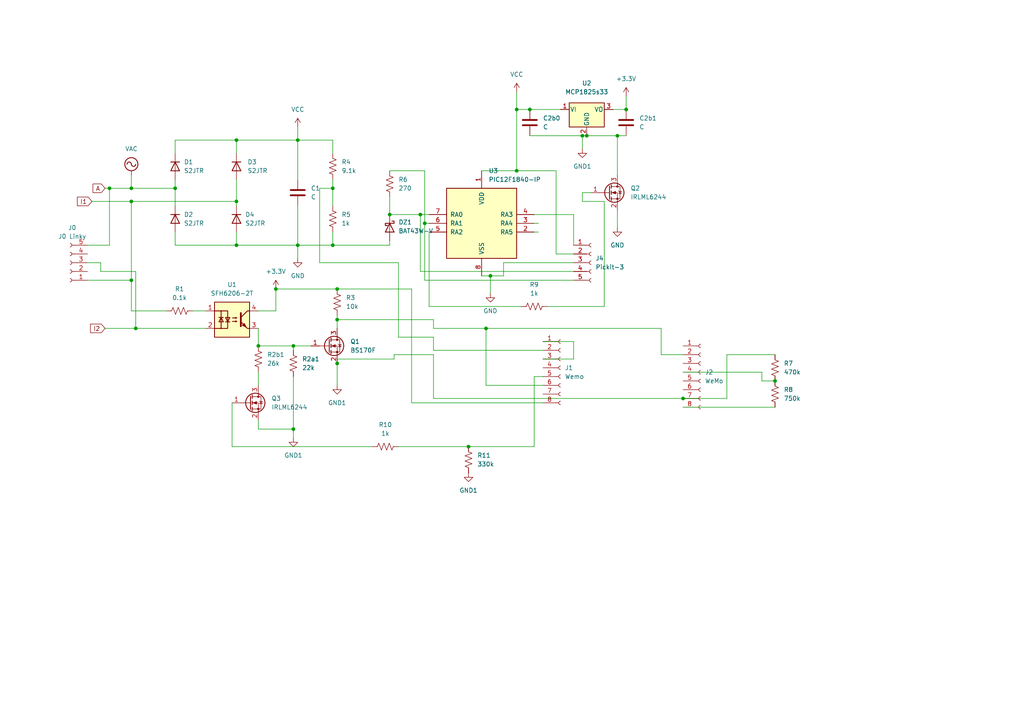
<source format=kicad_sch>
(kicad_sch (version 20211123) (generator eeschema)

  (uuid 962a71a4-e24c-4662-a1f8-864be7b82d9a)

  (paper "A4")

  (lib_symbols
    (symbol "Connector:Conn_01x05_Female" (pin_names (offset 1.016) hide) (in_bom yes) (on_board yes)
      (property "Reference" "J" (id 0) (at 0 7.62 0)
        (effects (font (size 1.27 1.27)))
      )
      (property "Value" "Conn_01x05_Female" (id 1) (at 0 -7.62 0)
        (effects (font (size 1.27 1.27)))
      )
      (property "Footprint" "" (id 2) (at 0 0 0)
        (effects (font (size 1.27 1.27)) hide)
      )
      (property "Datasheet" "~" (id 3) (at 0 0 0)
        (effects (font (size 1.27 1.27)) hide)
      )
      (property "ki_keywords" "connector" (id 4) (at 0 0 0)
        (effects (font (size 1.27 1.27)) hide)
      )
      (property "ki_description" "Generic connector, single row, 01x05, script generated (kicad-library-utils/schlib/autogen/connector/)" (id 5) (at 0 0 0)
        (effects (font (size 1.27 1.27)) hide)
      )
      (property "ki_fp_filters" "Connector*:*_1x??_*" (id 6) (at 0 0 0)
        (effects (font (size 1.27 1.27)) hide)
      )
      (symbol "Conn_01x05_Female_1_1"
        (arc (start 0 -4.572) (mid -0.508 -5.08) (end 0 -5.588)
          (stroke (width 0.1524) (type default) (color 0 0 0 0))
          (fill (type none))
        )
        (arc (start 0 -2.032) (mid -0.508 -2.54) (end 0 -3.048)
          (stroke (width 0.1524) (type default) (color 0 0 0 0))
          (fill (type none))
        )
        (polyline
          (pts
            (xy -1.27 -5.08)
            (xy -0.508 -5.08)
          )
          (stroke (width 0.1524) (type default) (color 0 0 0 0))
          (fill (type none))
        )
        (polyline
          (pts
            (xy -1.27 -2.54)
            (xy -0.508 -2.54)
          )
          (stroke (width 0.1524) (type default) (color 0 0 0 0))
          (fill (type none))
        )
        (polyline
          (pts
            (xy -1.27 0)
            (xy -0.508 0)
          )
          (stroke (width 0.1524) (type default) (color 0 0 0 0))
          (fill (type none))
        )
        (polyline
          (pts
            (xy -1.27 2.54)
            (xy -0.508 2.54)
          )
          (stroke (width 0.1524) (type default) (color 0 0 0 0))
          (fill (type none))
        )
        (polyline
          (pts
            (xy -1.27 5.08)
            (xy -0.508 5.08)
          )
          (stroke (width 0.1524) (type default) (color 0 0 0 0))
          (fill (type none))
        )
        (arc (start 0 0.508) (mid -0.508 0) (end 0 -0.508)
          (stroke (width 0.1524) (type default) (color 0 0 0 0))
          (fill (type none))
        )
        (arc (start 0 3.048) (mid -0.508 2.54) (end 0 2.032)
          (stroke (width 0.1524) (type default) (color 0 0 0 0))
          (fill (type none))
        )
        (arc (start 0 5.588) (mid -0.508 5.08) (end 0 4.572)
          (stroke (width 0.1524) (type default) (color 0 0 0 0))
          (fill (type none))
        )
        (pin passive line (at -5.08 5.08 0) (length 3.81)
          (name "Pin_1" (effects (font (size 1.27 1.27))))
          (number "1" (effects (font (size 1.27 1.27))))
        )
        (pin passive line (at -5.08 2.54 0) (length 3.81)
          (name "Pin_2" (effects (font (size 1.27 1.27))))
          (number "2" (effects (font (size 1.27 1.27))))
        )
        (pin passive line (at -5.08 0 0) (length 3.81)
          (name "Pin_3" (effects (font (size 1.27 1.27))))
          (number "3" (effects (font (size 1.27 1.27))))
        )
        (pin passive line (at -5.08 -2.54 0) (length 3.81)
          (name "Pin_4" (effects (font (size 1.27 1.27))))
          (number "4" (effects (font (size 1.27 1.27))))
        )
        (pin passive line (at -5.08 -5.08 0) (length 3.81)
          (name "Pin_5" (effects (font (size 1.27 1.27))))
          (number "5" (effects (font (size 1.27 1.27))))
        )
      )
    )
    (symbol "Connector:Conn_01x08_Female" (pin_names (offset 1.016) hide) (in_bom yes) (on_board yes)
      (property "Reference" "J" (id 0) (at 0 10.16 0)
        (effects (font (size 1.27 1.27)))
      )
      (property "Value" "Conn_01x08_Female" (id 1) (at 0 -12.7 0)
        (effects (font (size 1.27 1.27)))
      )
      (property "Footprint" "" (id 2) (at 0 0 0)
        (effects (font (size 1.27 1.27)) hide)
      )
      (property "Datasheet" "~" (id 3) (at 0 0 0)
        (effects (font (size 1.27 1.27)) hide)
      )
      (property "ki_keywords" "connector" (id 4) (at 0 0 0)
        (effects (font (size 1.27 1.27)) hide)
      )
      (property "ki_description" "Generic connector, single row, 01x08, script generated (kicad-library-utils/schlib/autogen/connector/)" (id 5) (at 0 0 0)
        (effects (font (size 1.27 1.27)) hide)
      )
      (property "ki_fp_filters" "Connector*:*_1x??_*" (id 6) (at 0 0 0)
        (effects (font (size 1.27 1.27)) hide)
      )
      (symbol "Conn_01x08_Female_1_1"
        (arc (start 0 -9.652) (mid -0.508 -10.16) (end 0 -10.668)
          (stroke (width 0.1524) (type default) (color 0 0 0 0))
          (fill (type none))
        )
        (arc (start 0 -7.112) (mid -0.508 -7.62) (end 0 -8.128)
          (stroke (width 0.1524) (type default) (color 0 0 0 0))
          (fill (type none))
        )
        (arc (start 0 -4.572) (mid -0.508 -5.08) (end 0 -5.588)
          (stroke (width 0.1524) (type default) (color 0 0 0 0))
          (fill (type none))
        )
        (arc (start 0 -2.032) (mid -0.508 -2.54) (end 0 -3.048)
          (stroke (width 0.1524) (type default) (color 0 0 0 0))
          (fill (type none))
        )
        (polyline
          (pts
            (xy -1.27 -10.16)
            (xy -0.508 -10.16)
          )
          (stroke (width 0.1524) (type default) (color 0 0 0 0))
          (fill (type none))
        )
        (polyline
          (pts
            (xy -1.27 -7.62)
            (xy -0.508 -7.62)
          )
          (stroke (width 0.1524) (type default) (color 0 0 0 0))
          (fill (type none))
        )
        (polyline
          (pts
            (xy -1.27 -5.08)
            (xy -0.508 -5.08)
          )
          (stroke (width 0.1524) (type default) (color 0 0 0 0))
          (fill (type none))
        )
        (polyline
          (pts
            (xy -1.27 -2.54)
            (xy -0.508 -2.54)
          )
          (stroke (width 0.1524) (type default) (color 0 0 0 0))
          (fill (type none))
        )
        (polyline
          (pts
            (xy -1.27 0)
            (xy -0.508 0)
          )
          (stroke (width 0.1524) (type default) (color 0 0 0 0))
          (fill (type none))
        )
        (polyline
          (pts
            (xy -1.27 2.54)
            (xy -0.508 2.54)
          )
          (stroke (width 0.1524) (type default) (color 0 0 0 0))
          (fill (type none))
        )
        (polyline
          (pts
            (xy -1.27 5.08)
            (xy -0.508 5.08)
          )
          (stroke (width 0.1524) (type default) (color 0 0 0 0))
          (fill (type none))
        )
        (polyline
          (pts
            (xy -1.27 7.62)
            (xy -0.508 7.62)
          )
          (stroke (width 0.1524) (type default) (color 0 0 0 0))
          (fill (type none))
        )
        (arc (start 0 0.508) (mid -0.508 0) (end 0 -0.508)
          (stroke (width 0.1524) (type default) (color 0 0 0 0))
          (fill (type none))
        )
        (arc (start 0 3.048) (mid -0.508 2.54) (end 0 2.032)
          (stroke (width 0.1524) (type default) (color 0 0 0 0))
          (fill (type none))
        )
        (arc (start 0 5.588) (mid -0.508 5.08) (end 0 4.572)
          (stroke (width 0.1524) (type default) (color 0 0 0 0))
          (fill (type none))
        )
        (arc (start 0 8.128) (mid -0.508 7.62) (end 0 7.112)
          (stroke (width 0.1524) (type default) (color 0 0 0 0))
          (fill (type none))
        )
        (pin passive line (at -5.08 7.62 0) (length 3.81)
          (name "Pin_1" (effects (font (size 1.27 1.27))))
          (number "1" (effects (font (size 1.27 1.27))))
        )
        (pin passive line (at -5.08 5.08 0) (length 3.81)
          (name "Pin_2" (effects (font (size 1.27 1.27))))
          (number "2" (effects (font (size 1.27 1.27))))
        )
        (pin passive line (at -5.08 2.54 0) (length 3.81)
          (name "Pin_3" (effects (font (size 1.27 1.27))))
          (number "3" (effects (font (size 1.27 1.27))))
        )
        (pin passive line (at -5.08 0 0) (length 3.81)
          (name "Pin_4" (effects (font (size 1.27 1.27))))
          (number "4" (effects (font (size 1.27 1.27))))
        )
        (pin passive line (at -5.08 -2.54 0) (length 3.81)
          (name "Pin_5" (effects (font (size 1.27 1.27))))
          (number "5" (effects (font (size 1.27 1.27))))
        )
        (pin passive line (at -5.08 -5.08 0) (length 3.81)
          (name "Pin_6" (effects (font (size 1.27 1.27))))
          (number "6" (effects (font (size 1.27 1.27))))
        )
        (pin passive line (at -5.08 -7.62 0) (length 3.81)
          (name "Pin_7" (effects (font (size 1.27 1.27))))
          (number "7" (effects (font (size 1.27 1.27))))
        )
        (pin passive line (at -5.08 -10.16 0) (length 3.81)
          (name "Pin_8" (effects (font (size 1.27 1.27))))
          (number "8" (effects (font (size 1.27 1.27))))
        )
      )
    )
    (symbol "Device:C" (pin_numbers hide) (pin_names (offset 0.254)) (in_bom yes) (on_board yes)
      (property "Reference" "C" (id 0) (at 0.635 2.54 0)
        (effects (font (size 1.27 1.27)) (justify left))
      )
      (property "Value" "C" (id 1) (at 0.635 -2.54 0)
        (effects (font (size 1.27 1.27)) (justify left))
      )
      (property "Footprint" "" (id 2) (at 0.9652 -3.81 0)
        (effects (font (size 1.27 1.27)) hide)
      )
      (property "Datasheet" "~" (id 3) (at 0 0 0)
        (effects (font (size 1.27 1.27)) hide)
      )
      (property "ki_keywords" "cap capacitor" (id 4) (at 0 0 0)
        (effects (font (size 1.27 1.27)) hide)
      )
      (property "ki_description" "Unpolarized capacitor" (id 5) (at 0 0 0)
        (effects (font (size 1.27 1.27)) hide)
      )
      (property "ki_fp_filters" "C_*" (id 6) (at 0 0 0)
        (effects (font (size 1.27 1.27)) hide)
      )
      (symbol "C_0_1"
        (polyline
          (pts
            (xy -2.032 -0.762)
            (xy 2.032 -0.762)
          )
          (stroke (width 0.508) (type default) (color 0 0 0 0))
          (fill (type none))
        )
        (polyline
          (pts
            (xy -2.032 0.762)
            (xy 2.032 0.762)
          )
          (stroke (width 0.508) (type default) (color 0 0 0 0))
          (fill (type none))
        )
      )
      (symbol "C_1_1"
        (pin passive line (at 0 3.81 270) (length 2.794)
          (name "~" (effects (font (size 1.27 1.27))))
          (number "1" (effects (font (size 1.27 1.27))))
        )
        (pin passive line (at 0 -3.81 90) (length 2.794)
          (name "~" (effects (font (size 1.27 1.27))))
          (number "2" (effects (font (size 1.27 1.27))))
        )
      )
    )
    (symbol "Device:R_US" (pin_numbers hide) (pin_names (offset 0)) (in_bom yes) (on_board yes)
      (property "Reference" "R" (id 0) (at 2.54 0 90)
        (effects (font (size 1.27 1.27)))
      )
      (property "Value" "R_US" (id 1) (at -2.54 0 90)
        (effects (font (size 1.27 1.27)))
      )
      (property "Footprint" "" (id 2) (at 1.016 -0.254 90)
        (effects (font (size 1.27 1.27)) hide)
      )
      (property "Datasheet" "~" (id 3) (at 0 0 0)
        (effects (font (size 1.27 1.27)) hide)
      )
      (property "ki_keywords" "R res resistor" (id 4) (at 0 0 0)
        (effects (font (size 1.27 1.27)) hide)
      )
      (property "ki_description" "Resistor, US symbol" (id 5) (at 0 0 0)
        (effects (font (size 1.27 1.27)) hide)
      )
      (property "ki_fp_filters" "R_*" (id 6) (at 0 0 0)
        (effects (font (size 1.27 1.27)) hide)
      )
      (symbol "R_US_0_1"
        (polyline
          (pts
            (xy 0 -2.286)
            (xy 0 -2.54)
          )
          (stroke (width 0) (type default) (color 0 0 0 0))
          (fill (type none))
        )
        (polyline
          (pts
            (xy 0 2.286)
            (xy 0 2.54)
          )
          (stroke (width 0) (type default) (color 0 0 0 0))
          (fill (type none))
        )
        (polyline
          (pts
            (xy 0 -0.762)
            (xy 1.016 -1.143)
            (xy 0 -1.524)
            (xy -1.016 -1.905)
            (xy 0 -2.286)
          )
          (stroke (width 0) (type default) (color 0 0 0 0))
          (fill (type none))
        )
        (polyline
          (pts
            (xy 0 0.762)
            (xy 1.016 0.381)
            (xy 0 0)
            (xy -1.016 -0.381)
            (xy 0 -0.762)
          )
          (stroke (width 0) (type default) (color 0 0 0 0))
          (fill (type none))
        )
        (polyline
          (pts
            (xy 0 2.286)
            (xy 1.016 1.905)
            (xy 0 1.524)
            (xy -1.016 1.143)
            (xy 0 0.762)
          )
          (stroke (width 0) (type default) (color 0 0 0 0))
          (fill (type none))
        )
      )
      (symbol "R_US_1_1"
        (pin passive line (at 0 3.81 270) (length 1.27)
          (name "~" (effects (font (size 1.27 1.27))))
          (number "1" (effects (font (size 1.27 1.27))))
        )
        (pin passive line (at 0 -3.81 90) (length 1.27)
          (name "~" (effects (font (size 1.27 1.27))))
          (number "2" (effects (font (size 1.27 1.27))))
        )
      )
    )
    (symbol "Diode:BAT43W-V" (pin_numbers hide) (pin_names (offset 1.016) hide) (in_bom yes) (on_board yes)
      (property "Reference" "D" (id 0) (at 0 2.54 0)
        (effects (font (size 1.27 1.27)))
      )
      (property "Value" "BAT43W-V" (id 1) (at 0 -2.54 0)
        (effects (font (size 1.27 1.27)))
      )
      (property "Footprint" "Diode_SMD:D_SOD-123" (id 2) (at 0 -4.445 0)
        (effects (font (size 1.27 1.27)) hide)
      )
      (property "Datasheet" "http://www.vishay.com/docs/85660/bat42.pdf" (id 3) (at 0 0 0)
        (effects (font (size 1.27 1.27)) hide)
      )
      (property "ki_keywords" "diode Schottky" (id 4) (at 0 0 0)
        (effects (font (size 1.27 1.27)) hide)
      )
      (property "ki_description" "30V 0.2A Small Signal Schottky diode, SOD-123" (id 5) (at 0 0 0)
        (effects (font (size 1.27 1.27)) hide)
      )
      (property "ki_fp_filters" "D*SOD?123*" (id 6) (at 0 0 0)
        (effects (font (size 1.27 1.27)) hide)
      )
      (symbol "BAT43W-V_0_1"
        (polyline
          (pts
            (xy 1.27 0)
            (xy -1.27 0)
          )
          (stroke (width 0) (type default) (color 0 0 0 0))
          (fill (type none))
        )
        (polyline
          (pts
            (xy 1.27 1.27)
            (xy 1.27 -1.27)
            (xy -1.27 0)
            (xy 1.27 1.27)
          )
          (stroke (width 0.254) (type default) (color 0 0 0 0))
          (fill (type none))
        )
        (polyline
          (pts
            (xy -1.905 0.635)
            (xy -1.905 1.27)
            (xy -1.27 1.27)
            (xy -1.27 -1.27)
            (xy -0.635 -1.27)
            (xy -0.635 -0.635)
          )
          (stroke (width 0.254) (type default) (color 0 0 0 0))
          (fill (type none))
        )
      )
      (symbol "BAT43W-V_1_1"
        (pin passive line (at -3.81 0 0) (length 2.54)
          (name "K" (effects (font (size 1.27 1.27))))
          (number "1" (effects (font (size 1.27 1.27))))
        )
        (pin passive line (at 3.81 0 180) (length 2.54)
          (name "A" (effects (font (size 1.27 1.27))))
          (number "2" (effects (font (size 1.27 1.27))))
        )
      )
    )
    (symbol "Diode:S2JTR" (pin_numbers hide) (pin_names hide) (in_bom yes) (on_board yes)
      (property "Reference" "D" (id 0) (at 0 2.54 0)
        (effects (font (size 1.27 1.27)))
      )
      (property "Value" "S2JTR" (id 1) (at 0 -2.54 0)
        (effects (font (size 1.27 1.27)))
      )
      (property "Footprint" "Diode_SMD:D_SMB" (id 2) (at 0 -4.445 0)
        (effects (font (size 1.27 1.27)) hide)
      )
      (property "Datasheet" "http://www.smc-diodes.com/propdf/S2A-S2M%20N0562%20REV.A.pdf" (id 3) (at 0 0 0)
        (effects (font (size 1.27 1.27)) hide)
      )
      (property "ki_keywords" "diode" (id 4) (at 0 0 0)
        (effects (font (size 1.27 1.27)) hide)
      )
      (property "ki_description" "600V 2A General Purpose Rectifier Diode, SMB" (id 5) (at 0 0 0)
        (effects (font (size 1.27 1.27)) hide)
      )
      (property "ki_fp_filters" "*D?SMB*" (id 6) (at 0 0 0)
        (effects (font (size 1.27 1.27)) hide)
      )
      (symbol "S2JTR_0_1"
        (polyline
          (pts
            (xy -1.27 1.27)
            (xy -1.27 -1.27)
          )
          (stroke (width 0.254) (type default) (color 0 0 0 0))
          (fill (type none))
        )
        (polyline
          (pts
            (xy 1.27 0)
            (xy -1.27 0)
          )
          (stroke (width 0) (type default) (color 0 0 0 0))
          (fill (type none))
        )
        (polyline
          (pts
            (xy 1.27 1.27)
            (xy 1.27 -1.27)
            (xy -1.27 0)
            (xy 1.27 1.27)
          )
          (stroke (width 0.254) (type default) (color 0 0 0 0))
          (fill (type none))
        )
      )
      (symbol "S2JTR_1_1"
        (pin passive line (at -3.81 0 0) (length 2.54)
          (name "K" (effects (font (size 1.27 1.27))))
          (number "1" (effects (font (size 1.27 1.27))))
        )
        (pin passive line (at 3.81 0 180) (length 2.54)
          (name "A" (effects (font (size 1.27 1.27))))
          (number "2" (effects (font (size 1.27 1.27))))
        )
      )
    )
    (symbol "Isolator:SFH6206-2T" (pin_names (offset 1.016)) (in_bom yes) (on_board yes)
      (property "Reference" "U" (id 0) (at -4.064 6.35 0)
        (effects (font (size 1.27 1.27)))
      )
      (property "Value" "SFH6206-2T" (id 1) (at -5.334 -6.604 0)
        (effects (font (size 1.27 1.27)) (justify left))
      )
      (property "Footprint" "Package_DIP:SMDIP-4_W9.53mm_Clearance8mm" (id 2) (at 0 -10.16 0)
        (effects (font (size 1.27 1.27)) hide)
      )
      (property "Datasheet" "http://www.vishay.com/docs/83675/sfh620a.pdf" (id 3) (at 0 0 0)
        (effects (font (size 1.27 1.27)) hide)
      )
      (property "ki_keywords" "Optocoupler, Phototransistor Output, 5300 VRMS, VCEO 70V, CTR% 63-200" (id 4) (at 0 0 0)
        (effects (font (size 1.27 1.27)) hide)
      )
      (property "ki_description" "Optocoupler, Phototransistor Output, 5300 VRMS, VCEO 70V, CTR% 63-200, UL, cUL, BSI, SMD-4" (id 5) (at 0 0 0)
        (effects (font (size 1.27 1.27)) hide)
      )
      (property "ki_fp_filters" "SMDIP*W9.53mm?Clearance8mm*" (id 6) (at 0 0 0)
        (effects (font (size 1.27 1.27)) hide)
      )
      (symbol "SFH6206-2T_1_1"
        (rectangle (start -5.08 5.08) (end 5.08 -5.08)
          (stroke (width 0.254) (type default) (color 0 0 0 0))
          (fill (type background))
        )
        (circle (center -3.175 -2.54) (radius 0.127)
          (stroke (width 0) (type default) (color 0 0 0 0))
          (fill (type none))
        )
        (circle (center -3.175 2.54) (radius 0.127)
          (stroke (width 0) (type default) (color 0 0 0 0))
          (fill (type none))
        )
        (polyline
          (pts
            (xy -3.81 0.635)
            (xy -2.54 0.635)
          )
          (stroke (width 0.254) (type default) (color 0 0 0 0))
          (fill (type none))
        )
        (polyline
          (pts
            (xy -1.905 -0.635)
            (xy -0.635 -0.635)
          )
          (stroke (width 0.254) (type default) (color 0 0 0 0))
          (fill (type none))
        )
        (polyline
          (pts
            (xy 2.54 1.905)
            (xy 2.54 -1.905)
            (xy 2.54 -1.905)
          )
          (stroke (width 0.508) (type default) (color 0 0 0 0))
          (fill (type none))
        )
        (polyline
          (pts
            (xy 5.08 -2.54)
            (xy 4.445 -2.54)
            (xy 2.54 -0.635)
          )
          (stroke (width 0.254) (type default) (color 0 0 0 0))
          (fill (type none))
        )
        (polyline
          (pts
            (xy 5.08 2.54)
            (xy 4.445 2.54)
            (xy 2.54 0.635)
          )
          (stroke (width 0.254) (type default) (color 0 0 0 0))
          (fill (type none))
        )
        (polyline
          (pts
            (xy -5.08 2.54)
            (xy -3.175 2.54)
            (xy -3.175 -2.54)
            (xy -5.08 -2.54)
          )
          (stroke (width 0.254) (type default) (color 0 0 0 0))
          (fill (type none))
        )
        (polyline
          (pts
            (xy -3.175 -2.54)
            (xy -1.27 -2.54)
            (xy -1.27 2.54)
            (xy -3.175 2.54)
          )
          (stroke (width 0.254) (type default) (color 0 0 0 0))
          (fill (type none))
        )
        (polyline
          (pts
            (xy -3.175 0.635)
            (xy -3.81 -0.635)
            (xy -2.54 -0.635)
            (xy -3.175 0.635)
          )
          (stroke (width 0.254) (type default) (color 0 0 0 0))
          (fill (type none))
        )
        (polyline
          (pts
            (xy -1.27 -0.635)
            (xy -1.905 0.635)
            (xy -0.635 0.635)
            (xy -1.27 -0.635)
          )
          (stroke (width 0.254) (type default) (color 0 0 0 0))
          (fill (type none))
        )
        (polyline
          (pts
            (xy 0.127 -0.508)
            (xy 1.397 -0.508)
            (xy 1.016 -0.635)
            (xy 1.016 -0.381)
            (xy 1.397 -0.508)
          )
          (stroke (width 0.254) (type default) (color 0 0 0 0))
          (fill (type none))
        )
        (polyline
          (pts
            (xy 0.127 0.508)
            (xy 1.397 0.508)
            (xy 1.016 0.381)
            (xy 1.016 0.635)
            (xy 1.397 0.508)
          )
          (stroke (width 0.254) (type default) (color 0 0 0 0))
          (fill (type none))
        )
        (polyline
          (pts
            (xy 3.048 -1.651)
            (xy 3.556 -1.143)
            (xy 4.064 -2.159)
            (xy 3.048 -1.651)
            (xy 3.048 -1.651)
          )
          (stroke (width 0.254) (type default) (color 0 0 0 0))
          (fill (type outline))
        )
        (pin passive line (at -7.62 2.54 0) (length 2.54)
          (name "~" (effects (font (size 1.27 1.27))))
          (number "1" (effects (font (size 1.27 1.27))))
        )
        (pin passive line (at -7.62 -2.54 0) (length 2.54)
          (name "~" (effects (font (size 1.27 1.27))))
          (number "2" (effects (font (size 1.27 1.27))))
        )
        (pin passive line (at 7.62 -2.54 180) (length 2.54)
          (name "~" (effects (font (size 1.27 1.27))))
          (number "3" (effects (font (size 1.27 1.27))))
        )
        (pin passive line (at 7.62 2.54 180) (length 2.54)
          (name "~" (effects (font (size 1.27 1.27))))
          (number "4" (effects (font (size 1.27 1.27))))
        )
      )
    )
    (symbol "MCU_Microchip_PIC12:PIC12F1840-IP" (pin_names (offset 1.016)) (in_bom yes) (on_board yes)
      (property "Reference" "U" (id 0) (at 1.27 13.97 0)
        (effects (font (size 1.27 1.27)) (justify left))
      )
      (property "Value" "PIC12F1840-IP" (id 1) (at 1.27 11.43 0)
        (effects (font (size 1.27 1.27)) (justify left))
      )
      (property "Footprint" "Package_DIP:DIP-8_W7.62mm" (id 2) (at 15.24 16.51 0)
        (effects (font (size 1.27 1.27)) hide)
      )
      (property "Datasheet" "http://ww1.microchip.com/downloads/en/DeviceDoc/41441B.pdf" (id 3) (at 0 0 0)
        (effects (font (size 1.27 1.27)) hide)
      )
      (property "ki_keywords" "FLASH-Based 8-Bit CMOS Microcontroller XLP" (id 4) (at 0 0 0)
        (effects (font (size 1.27 1.27)) hide)
      )
      (property "ki_description" "4kW FLASH, 256B SRAM, 256B EEPROM, PDIP8" (id 5) (at 0 0 0)
        (effects (font (size 1.27 1.27)) hide)
      )
      (property "ki_fp_filters" "DIP*W7.62mm*" (id 6) (at 0 0 0)
        (effects (font (size 1.27 1.27)) hide)
      )
      (symbol "PIC12F1840-IP_0_1"
        (rectangle (start 10.16 -10.16) (end -10.16 10.16)
          (stroke (width 0.254) (type default) (color 0 0 0 0))
          (fill (type background))
        )
      )
      (symbol "PIC12F1840-IP_1_1"
        (pin power_in line (at 0 15.24 270) (length 5.08)
          (name "VDD" (effects (font (size 1.27 1.27))))
          (number "1" (effects (font (size 1.27 1.27))))
        )
        (pin bidirectional line (at 15.24 -2.54 180) (length 5.08)
          (name "RA5" (effects (font (size 1.27 1.27))))
          (number "2" (effects (font (size 1.27 1.27))))
        )
        (pin bidirectional line (at 15.24 0 180) (length 5.08)
          (name "RA4" (effects (font (size 1.27 1.27))))
          (number "3" (effects (font (size 1.27 1.27))))
        )
        (pin input line (at 15.24 2.54 180) (length 5.08)
          (name "RA3" (effects (font (size 1.27 1.27))))
          (number "4" (effects (font (size 1.27 1.27))))
        )
        (pin bidirectional line (at -15.24 -2.54 0) (length 5.08)
          (name "RA2" (effects (font (size 1.27 1.27))))
          (number "5" (effects (font (size 1.27 1.27))))
        )
        (pin bidirectional line (at -15.24 0 0) (length 5.08)
          (name "RA1" (effects (font (size 1.27 1.27))))
          (number "6" (effects (font (size 1.27 1.27))))
        )
        (pin bidirectional line (at -15.24 2.54 0) (length 5.08)
          (name "RA0" (effects (font (size 1.27 1.27))))
          (number "7" (effects (font (size 1.27 1.27))))
        )
        (pin power_in line (at 0 -15.24 90) (length 5.08)
          (name "VSS" (effects (font (size 1.27 1.27))))
          (number "8" (effects (font (size 1.27 1.27))))
        )
      )
    )
    (symbol "Regulator_Linear:MCP1792x-3302xDB" (pin_names (offset 0.254)) (in_bom yes) (on_board yes)
      (property "Reference" "U" (id 0) (at -3.81 3.175 0)
        (effects (font (size 1.27 1.27)))
      )
      (property "Value" "MCP1792x-3302xDB" (id 1) (at 0 3.175 0)
        (effects (font (size 1.27 1.27)) (justify left))
      )
      (property "Footprint" "Package_TO_SOT_SMD:SOT-223-3_TabPin2" (id 2) (at 0 5.08 0)
        (effects (font (size 1.27 1.27)) hide)
      )
      (property "Datasheet" "https://ww1.microchip.com/downloads/aemDocuments/documents/APID/ProductDocuments/DataSheets/MCP1792-Family-Data-Sheet-DS20006229D.pdf" (id 3) (at 0 -1.27 0)
        (effects (font (size 1.27 1.27)) hide)
      )
      (property "ki_keywords" "REGULATOR LDO" (id 4) (at 0 0 0)
        (effects (font (size 1.27 1.27)) hide)
      )
      (property "ki_description" "Low Quiescent Current LDO Regulator, 4.5-55V input, 3.3V, 100mA, SOT-223" (id 5) (at 0 0 0)
        (effects (font (size 1.27 1.27)) hide)
      )
      (property "ki_fp_filters" "SOT?223*TabPin2*" (id 6) (at 0 0 0)
        (effects (font (size 1.27 1.27)) hide)
      )
      (symbol "MCP1792x-3302xDB_0_1"
        (rectangle (start -5.08 -5.08) (end 5.08 1.905)
          (stroke (width 0.254) (type default) (color 0 0 0 0))
          (fill (type background))
        )
      )
      (symbol "MCP1792x-3302xDB_1_1"
        (pin power_in line (at -7.62 0 0) (length 2.54)
          (name "VI" (effects (font (size 1.27 1.27))))
          (number "1" (effects (font (size 1.27 1.27))))
        )
        (pin power_in line (at 0 -7.62 90) (length 2.54)
          (name "GND" (effects (font (size 1.27 1.27))))
          (number "2" (effects (font (size 1.27 1.27))))
        )
        (pin power_out line (at 7.62 0 180) (length 2.54)
          (name "VO" (effects (font (size 1.27 1.27))))
          (number "3" (effects (font (size 1.27 1.27))))
        )
      )
    )
    (symbol "Transistor_FET:2N7002E" (pin_names hide) (in_bom yes) (on_board yes)
      (property "Reference" "Q" (id 0) (at 5.08 1.905 0)
        (effects (font (size 1.27 1.27)) (justify left))
      )
      (property "Value" "2N7002E" (id 1) (at 5.08 0 0)
        (effects (font (size 1.27 1.27)) (justify left))
      )
      (property "Footprint" "Package_TO_SOT_SMD:SOT-23" (id 2) (at 5.08 -1.905 0)
        (effects (font (size 1.27 1.27) italic) (justify left) hide)
      )
      (property "Datasheet" "http://www.diodes.com/assets/Datasheets/ds30376.pdf" (id 3) (at 0 0 0)
        (effects (font (size 1.27 1.27)) (justify left) hide)
      )
      (property "ki_keywords" "N-Channel MOSFET" (id 4) (at 0 0 0)
        (effects (font (size 1.27 1.27)) hide)
      )
      (property "ki_description" "0.24A Id, 60V Vds, N-Channel MOSFET, SOT-23" (id 5) (at 0 0 0)
        (effects (font (size 1.27 1.27)) hide)
      )
      (property "ki_fp_filters" "SOT?23*" (id 6) (at 0 0 0)
        (effects (font (size 1.27 1.27)) hide)
      )
      (symbol "2N7002E_0_1"
        (polyline
          (pts
            (xy 0.254 0)
            (xy -2.54 0)
          )
          (stroke (width 0) (type default) (color 0 0 0 0))
          (fill (type none))
        )
        (polyline
          (pts
            (xy 0.254 1.905)
            (xy 0.254 -1.905)
          )
          (stroke (width 0.254) (type default) (color 0 0 0 0))
          (fill (type none))
        )
        (polyline
          (pts
            (xy 0.762 -1.27)
            (xy 0.762 -2.286)
          )
          (stroke (width 0.254) (type default) (color 0 0 0 0))
          (fill (type none))
        )
        (polyline
          (pts
            (xy 0.762 0.508)
            (xy 0.762 -0.508)
          )
          (stroke (width 0.254) (type default) (color 0 0 0 0))
          (fill (type none))
        )
        (polyline
          (pts
            (xy 0.762 2.286)
            (xy 0.762 1.27)
          )
          (stroke (width 0.254) (type default) (color 0 0 0 0))
          (fill (type none))
        )
        (polyline
          (pts
            (xy 2.54 2.54)
            (xy 2.54 1.778)
          )
          (stroke (width 0) (type default) (color 0 0 0 0))
          (fill (type none))
        )
        (polyline
          (pts
            (xy 2.54 -2.54)
            (xy 2.54 0)
            (xy 0.762 0)
          )
          (stroke (width 0) (type default) (color 0 0 0 0))
          (fill (type none))
        )
        (polyline
          (pts
            (xy 0.762 -1.778)
            (xy 3.302 -1.778)
            (xy 3.302 1.778)
            (xy 0.762 1.778)
          )
          (stroke (width 0) (type default) (color 0 0 0 0))
          (fill (type none))
        )
        (polyline
          (pts
            (xy 1.016 0)
            (xy 2.032 0.381)
            (xy 2.032 -0.381)
            (xy 1.016 0)
          )
          (stroke (width 0) (type default) (color 0 0 0 0))
          (fill (type outline))
        )
        (polyline
          (pts
            (xy 2.794 0.508)
            (xy 2.921 0.381)
            (xy 3.683 0.381)
            (xy 3.81 0.254)
          )
          (stroke (width 0) (type default) (color 0 0 0 0))
          (fill (type none))
        )
        (polyline
          (pts
            (xy 3.302 0.381)
            (xy 2.921 -0.254)
            (xy 3.683 -0.254)
            (xy 3.302 0.381)
          )
          (stroke (width 0) (type default) (color 0 0 0 0))
          (fill (type none))
        )
        (circle (center 1.651 0) (radius 2.794)
          (stroke (width 0.254) (type default) (color 0 0 0 0))
          (fill (type none))
        )
        (circle (center 2.54 -1.778) (radius 0.254)
          (stroke (width 0) (type default) (color 0 0 0 0))
          (fill (type outline))
        )
        (circle (center 2.54 1.778) (radius 0.254)
          (stroke (width 0) (type default) (color 0 0 0 0))
          (fill (type outline))
        )
      )
      (symbol "2N7002E_1_1"
        (pin input line (at -5.08 0 0) (length 2.54)
          (name "G" (effects (font (size 1.27 1.27))))
          (number "1" (effects (font (size 1.27 1.27))))
        )
        (pin passive line (at 2.54 -5.08 90) (length 2.54)
          (name "S" (effects (font (size 1.27 1.27))))
          (number "2" (effects (font (size 1.27 1.27))))
        )
        (pin passive line (at 2.54 5.08 270) (length 2.54)
          (name "D" (effects (font (size 1.27 1.27))))
          (number "3" (effects (font (size 1.27 1.27))))
        )
      )
    )
    (symbol "Transistor_FET:BS170F" (pin_names hide) (in_bom yes) (on_board yes)
      (property "Reference" "Q" (id 0) (at 5.08 1.905 0)
        (effects (font (size 1.27 1.27)) (justify left))
      )
      (property "Value" "BS170F" (id 1) (at 5.08 0 0)
        (effects (font (size 1.27 1.27)) (justify left))
      )
      (property "Footprint" "Package_TO_SOT_SMD:SOT-23" (id 2) (at 5.08 -1.905 0)
        (effects (font (size 1.27 1.27) italic) (justify left) hide)
      )
      (property "Datasheet" "http://www.diodes.com/assets/Datasheets/BS170F.pdf" (id 3) (at 0 0 0)
        (effects (font (size 1.27 1.27)) (justify left) hide)
      )
      (property "ki_keywords" "N-Channel MOSFET" (id 4) (at 0 0 0)
        (effects (font (size 1.27 1.27)) hide)
      )
      (property "ki_description" "0.15A Id, 60V Vds, N-Channel MOSFET, SOT-23" (id 5) (at 0 0 0)
        (effects (font (size 1.27 1.27)) hide)
      )
      (property "ki_fp_filters" "SOT?23*" (id 6) (at 0 0 0)
        (effects (font (size 1.27 1.27)) hide)
      )
      (symbol "BS170F_0_1"
        (polyline
          (pts
            (xy 0.254 0)
            (xy -2.54 0)
          )
          (stroke (width 0) (type default) (color 0 0 0 0))
          (fill (type none))
        )
        (polyline
          (pts
            (xy 0.254 1.905)
            (xy 0.254 -1.905)
          )
          (stroke (width 0.254) (type default) (color 0 0 0 0))
          (fill (type none))
        )
        (polyline
          (pts
            (xy 0.762 -1.27)
            (xy 0.762 -2.286)
          )
          (stroke (width 0.254) (type default) (color 0 0 0 0))
          (fill (type none))
        )
        (polyline
          (pts
            (xy 0.762 0.508)
            (xy 0.762 -0.508)
          )
          (stroke (width 0.254) (type default) (color 0 0 0 0))
          (fill (type none))
        )
        (polyline
          (pts
            (xy 0.762 2.286)
            (xy 0.762 1.27)
          )
          (stroke (width 0.254) (type default) (color 0 0 0 0))
          (fill (type none))
        )
        (polyline
          (pts
            (xy 2.54 2.54)
            (xy 2.54 1.778)
          )
          (stroke (width 0) (type default) (color 0 0 0 0))
          (fill (type none))
        )
        (polyline
          (pts
            (xy 2.54 -2.54)
            (xy 2.54 0)
            (xy 0.762 0)
          )
          (stroke (width 0) (type default) (color 0 0 0 0))
          (fill (type none))
        )
        (polyline
          (pts
            (xy 0.762 -1.778)
            (xy 3.302 -1.778)
            (xy 3.302 1.778)
            (xy 0.762 1.778)
          )
          (stroke (width 0) (type default) (color 0 0 0 0))
          (fill (type none))
        )
        (polyline
          (pts
            (xy 1.016 0)
            (xy 2.032 0.381)
            (xy 2.032 -0.381)
            (xy 1.016 0)
          )
          (stroke (width 0) (type default) (color 0 0 0 0))
          (fill (type outline))
        )
        (polyline
          (pts
            (xy 2.794 0.508)
            (xy 2.921 0.381)
            (xy 3.683 0.381)
            (xy 3.81 0.254)
          )
          (stroke (width 0) (type default) (color 0 0 0 0))
          (fill (type none))
        )
        (polyline
          (pts
            (xy 3.302 0.381)
            (xy 2.921 -0.254)
            (xy 3.683 -0.254)
            (xy 3.302 0.381)
          )
          (stroke (width 0) (type default) (color 0 0 0 0))
          (fill (type none))
        )
        (circle (center 1.651 0) (radius 2.794)
          (stroke (width 0.254) (type default) (color 0 0 0 0))
          (fill (type none))
        )
        (circle (center 2.54 -1.778) (radius 0.254)
          (stroke (width 0) (type default) (color 0 0 0 0))
          (fill (type outline))
        )
        (circle (center 2.54 1.778) (radius 0.254)
          (stroke (width 0) (type default) (color 0 0 0 0))
          (fill (type outline))
        )
      )
      (symbol "BS170F_1_1"
        (pin input line (at -5.08 0 0) (length 2.54)
          (name "G" (effects (font (size 1.27 1.27))))
          (number "1" (effects (font (size 1.27 1.27))))
        )
        (pin passive line (at 2.54 -5.08 90) (length 2.54)
          (name "S" (effects (font (size 1.27 1.27))))
          (number "2" (effects (font (size 1.27 1.27))))
        )
        (pin passive line (at 2.54 5.08 270) (length 2.54)
          (name "D" (effects (font (size 1.27 1.27))))
          (number "3" (effects (font (size 1.27 1.27))))
        )
      )
    )
    (symbol "power:+3.3V" (power) (pin_names (offset 0)) (in_bom yes) (on_board yes)
      (property "Reference" "#PWR" (id 0) (at 0 -3.81 0)
        (effects (font (size 1.27 1.27)) hide)
      )
      (property "Value" "+3.3V" (id 1) (at 0 3.556 0)
        (effects (font (size 1.27 1.27)))
      )
      (property "Footprint" "" (id 2) (at 0 0 0)
        (effects (font (size 1.27 1.27)) hide)
      )
      (property "Datasheet" "" (id 3) (at 0 0 0)
        (effects (font (size 1.27 1.27)) hide)
      )
      (property "ki_keywords" "global power" (id 4) (at 0 0 0)
        (effects (font (size 1.27 1.27)) hide)
      )
      (property "ki_description" "Power symbol creates a global label with name \"+3.3V\"" (id 5) (at 0 0 0)
        (effects (font (size 1.27 1.27)) hide)
      )
      (symbol "+3.3V_0_1"
        (polyline
          (pts
            (xy -0.762 1.27)
            (xy 0 2.54)
          )
          (stroke (width 0) (type default) (color 0 0 0 0))
          (fill (type none))
        )
        (polyline
          (pts
            (xy 0 0)
            (xy 0 2.54)
          )
          (stroke (width 0) (type default) (color 0 0 0 0))
          (fill (type none))
        )
        (polyline
          (pts
            (xy 0 2.54)
            (xy 0.762 1.27)
          )
          (stroke (width 0) (type default) (color 0 0 0 0))
          (fill (type none))
        )
      )
      (symbol "+3.3V_1_1"
        (pin power_in line (at 0 0 90) (length 0) hide
          (name "+3.3V" (effects (font (size 1.27 1.27))))
          (number "1" (effects (font (size 1.27 1.27))))
        )
      )
    )
    (symbol "power:GND" (power) (pin_names (offset 0)) (in_bom yes) (on_board yes)
      (property "Reference" "#PWR" (id 0) (at 0 -6.35 0)
        (effects (font (size 1.27 1.27)) hide)
      )
      (property "Value" "GND" (id 1) (at 0 -3.81 0)
        (effects (font (size 1.27 1.27)))
      )
      (property "Footprint" "" (id 2) (at 0 0 0)
        (effects (font (size 1.27 1.27)) hide)
      )
      (property "Datasheet" "" (id 3) (at 0 0 0)
        (effects (font (size 1.27 1.27)) hide)
      )
      (property "ki_keywords" "global power" (id 4) (at 0 0 0)
        (effects (font (size 1.27 1.27)) hide)
      )
      (property "ki_description" "Power symbol creates a global label with name \"GND\" , ground" (id 5) (at 0 0 0)
        (effects (font (size 1.27 1.27)) hide)
      )
      (symbol "GND_0_1"
        (polyline
          (pts
            (xy 0 0)
            (xy 0 -1.27)
            (xy 1.27 -1.27)
            (xy 0 -2.54)
            (xy -1.27 -1.27)
            (xy 0 -1.27)
          )
          (stroke (width 0) (type default) (color 0 0 0 0))
          (fill (type none))
        )
      )
      (symbol "GND_1_1"
        (pin power_in line (at 0 0 270) (length 0) hide
          (name "GND" (effects (font (size 1.27 1.27))))
          (number "1" (effects (font (size 1.27 1.27))))
        )
      )
    )
    (symbol "power:GND1" (power) (pin_names (offset 0)) (in_bom yes) (on_board yes)
      (property "Reference" "#PWR" (id 0) (at 0 -6.35 0)
        (effects (font (size 1.27 1.27)) hide)
      )
      (property "Value" "GND1" (id 1) (at 0 -3.81 0)
        (effects (font (size 1.27 1.27)))
      )
      (property "Footprint" "" (id 2) (at 0 0 0)
        (effects (font (size 1.27 1.27)) hide)
      )
      (property "Datasheet" "" (id 3) (at 0 0 0)
        (effects (font (size 1.27 1.27)) hide)
      )
      (property "ki_keywords" "global power" (id 4) (at 0 0 0)
        (effects (font (size 1.27 1.27)) hide)
      )
      (property "ki_description" "Power symbol creates a global label with name \"GND1\" , ground" (id 5) (at 0 0 0)
        (effects (font (size 1.27 1.27)) hide)
      )
      (symbol "GND1_0_1"
        (polyline
          (pts
            (xy 0 0)
            (xy 0 -1.27)
            (xy 1.27 -1.27)
            (xy 0 -2.54)
            (xy -1.27 -1.27)
            (xy 0 -1.27)
          )
          (stroke (width 0) (type default) (color 0 0 0 0))
          (fill (type none))
        )
      )
      (symbol "GND1_1_1"
        (pin power_in line (at 0 0 270) (length 0) hide
          (name "GND1" (effects (font (size 1.27 1.27))))
          (number "1" (effects (font (size 1.27 1.27))))
        )
      )
    )
    (symbol "power:VAC" (power) (pin_names (offset 0)) (in_bom yes) (on_board yes)
      (property "Reference" "#PWR" (id 0) (at 0 -2.54 0)
        (effects (font (size 1.27 1.27)) hide)
      )
      (property "Value" "VAC" (id 1) (at 0 6.35 0)
        (effects (font (size 1.27 1.27)))
      )
      (property "Footprint" "" (id 2) (at 0 0 0)
        (effects (font (size 1.27 1.27)) hide)
      )
      (property "Datasheet" "" (id 3) (at 0 0 0)
        (effects (font (size 1.27 1.27)) hide)
      )
      (property "ki_keywords" "global power" (id 4) (at 0 0 0)
        (effects (font (size 1.27 1.27)) hide)
      )
      (property "ki_description" "Power symbol creates a global label with name \"VAC\"" (id 5) (at 0 0 0)
        (effects (font (size 1.27 1.27)) hide)
      )
      (symbol "VAC_0_1"
        (polyline
          (pts
            (xy 0 0)
            (xy 0 1.27)
          )
          (stroke (width 0) (type default) (color 0 0 0 0))
          (fill (type none))
        )
        (arc (start 0 3.175) (mid -0.635 3.81) (end -1.27 3.175)
          (stroke (width 0.254) (type default) (color 0 0 0 0))
          (fill (type none))
        )
        (arc (start 0 3.175) (mid 0.635 2.54) (end 1.27 3.175)
          (stroke (width 0.254) (type default) (color 0 0 0 0))
          (fill (type none))
        )
        (circle (center 0 3.175) (radius 1.905)
          (stroke (width 0.254) (type default) (color 0 0 0 0))
          (fill (type none))
        )
      )
      (symbol "VAC_1_1"
        (pin power_in line (at 0 0 90) (length 0) hide
          (name "VAC" (effects (font (size 1.27 1.27))))
          (number "1" (effects (font (size 1.27 1.27))))
        )
      )
    )
    (symbol "power:VCC" (power) (pin_names (offset 0)) (in_bom yes) (on_board yes)
      (property "Reference" "#PWR" (id 0) (at 0 -3.81 0)
        (effects (font (size 1.27 1.27)) hide)
      )
      (property "Value" "VCC" (id 1) (at 0 3.81 0)
        (effects (font (size 1.27 1.27)))
      )
      (property "Footprint" "" (id 2) (at 0 0 0)
        (effects (font (size 1.27 1.27)) hide)
      )
      (property "Datasheet" "" (id 3) (at 0 0 0)
        (effects (font (size 1.27 1.27)) hide)
      )
      (property "ki_keywords" "global power" (id 4) (at 0 0 0)
        (effects (font (size 1.27 1.27)) hide)
      )
      (property "ki_description" "Power symbol creates a global label with name \"VCC\"" (id 5) (at 0 0 0)
        (effects (font (size 1.27 1.27)) hide)
      )
      (symbol "VCC_0_1"
        (polyline
          (pts
            (xy -0.762 1.27)
            (xy 0 2.54)
          )
          (stroke (width 0) (type default) (color 0 0 0 0))
          (fill (type none))
        )
        (polyline
          (pts
            (xy 0 0)
            (xy 0 2.54)
          )
          (stroke (width 0) (type default) (color 0 0 0 0))
          (fill (type none))
        )
        (polyline
          (pts
            (xy 0 2.54)
            (xy 0.762 1.27)
          )
          (stroke (width 0) (type default) (color 0 0 0 0))
          (fill (type none))
        )
      )
      (symbol "VCC_1_1"
        (pin power_in line (at 0 0 90) (length 0) hide
          (name "VCC" (effects (font (size 1.27 1.27))))
          (number "1" (effects (font (size 1.27 1.27))))
        )
      )
    )
  )

  (junction (at 68.58 58.42) (diameter 0) (color 0 0 0 0)
    (uuid 0b62768f-d2a3-47db-8c9c-80e1f38be3dc)
  )
  (junction (at 38.1 81.28) (diameter 0) (color 0 0 0 0)
    (uuid 0db64e78-efd4-4a85-bae4-9aff036e94a3)
  )
  (junction (at 149.86 31.75) (diameter 0) (color 0 0 0 0)
    (uuid 0f3c4ee8-7669-491b-a8f0-9556b16e46cc)
  )
  (junction (at 86.36 40.64) (diameter 0) (color 0 0 0 0)
    (uuid 144c4dc8-2ef0-4cd5-8463-7843f6610ce9)
  )
  (junction (at 168.91 39.37) (diameter 0) (color 0 0 0 0)
    (uuid 19b18378-2521-490d-b4b9-767050bdd52f)
  )
  (junction (at 96.52 54.61) (diameter 0) (color 0 0 0 0)
    (uuid 1be52451-e66b-48c4-8ed9-271ae868d286)
  )
  (junction (at 149.86 49.53) (diameter 0) (color 0 0 0 0)
    (uuid 1c29243e-9737-4f19-ad91-8bb0e481d062)
  )
  (junction (at 85.09 100.33) (diameter 0) (color 0 0 0 0)
    (uuid 244b351e-30dc-4039-9964-87b47e21188e)
  )
  (junction (at 86.36 71.12) (diameter 0) (color 0 0 0 0)
    (uuid 249c4346-0c41-4365-9883-1b3f21180816)
  )
  (junction (at 198.12 115.57) (diameter 0) (color 0 0 0 0)
    (uuid 25c1df27-46d4-46ac-bda3-e402a358a563)
  )
  (junction (at 121.92 62.23) (diameter 0) (color 0 0 0 0)
    (uuid 356e47bc-6729-42bc-b5c9-93d602b00803)
  )
  (junction (at 38.1 58.42) (diameter 0) (color 0 0 0 0)
    (uuid 3760ec9b-68ab-4b50-84a0-9f99f173ed73)
  )
  (junction (at 38.1 54.61) (diameter 0) (color 0 0 0 0)
    (uuid 39ac8ae7-e393-4b78-b971-4bbf7fb9b2fc)
  )
  (junction (at 140.97 95.25) (diameter 0) (color 0 0 0 0)
    (uuid 4905b2ce-77ec-41fe-be4e-4763c582f27b)
  )
  (junction (at 181.61 31.75) (diameter 0) (color 0 0 0 0)
    (uuid 49901d5c-3402-49a1-9e2c-2f9f07539959)
  )
  (junction (at 179.07 39.37) (diameter 0) (color 0 0 0 0)
    (uuid 505e0086-eba2-4dfd-8fd1-52aeff5ba479)
  )
  (junction (at 153.67 31.75) (diameter 0) (color 0 0 0 0)
    (uuid 534cf317-9b3e-4c0e-8c17-7593561cdc85)
  )
  (junction (at 123.19 64.77) (diameter 0) (color 0 0 0 0)
    (uuid 54de2c47-e7af-4168-81b7-0b849d22ebf6)
  )
  (junction (at 97.79 92.71) (diameter 0) (color 0 0 0 0)
    (uuid 585303a7-c7d2-426a-8c67-5d341e625da6)
  )
  (junction (at 31.75 54.61) (diameter 0) (color 0 0 0 0)
    (uuid 5c30096a-1c1c-45ce-8522-f8c61d41e370)
  )
  (junction (at 97.79 105.41) (diameter 0) (color 0 0 0 0)
    (uuid 6191e633-6c16-4db3-a7c6-c1b2aa195c92)
  )
  (junction (at 68.58 40.64) (diameter 0) (color 0 0 0 0)
    (uuid 67b87adb-d0aa-4f2a-bbb4-83f880d812b4)
  )
  (junction (at 85.09 124.46) (diameter 0) (color 0 0 0 0)
    (uuid 8cd27a06-2f44-4821-b82b-386d51d38fda)
  )
  (junction (at 50.8 54.61) (diameter 0) (color 0 0 0 0)
    (uuid 95ba6a84-97a7-4db6-b0eb-b1f89a2782a3)
  )
  (junction (at 142.24 80.01) (diameter 0) (color 0 0 0 0)
    (uuid 9d6f1a2a-793a-4671-9c1e-db209096f67d)
  )
  (junction (at 74.93 100.33) (diameter 0) (color 0 0 0 0)
    (uuid a83fe770-f9ff-405e-97f4-a798293d6523)
  )
  (junction (at 68.58 71.12) (diameter 0) (color 0 0 0 0)
    (uuid c7e0753a-de7a-4b56-bd38-7e022205206e)
  )
  (junction (at 135.89 129.54) (diameter 0) (color 0 0 0 0)
    (uuid ccf296d3-a4eb-46b9-8500-3073508a7468)
  )
  (junction (at 80.01 83.82) (diameter 0) (color 0 0 0 0)
    (uuid d432de3c-aa4d-4467-b4aa-b50545c21f95)
  )
  (junction (at 170.18 39.37) (diameter 0) (color 0 0 0 0)
    (uuid da88c67f-e473-4c3e-a437-2fb7837b0339)
  )
  (junction (at 113.03 62.23) (diameter 0) (color 0 0 0 0)
    (uuid e8964866-71aa-4733-ae95-b5b88ed8fecc)
  )
  (junction (at 224.79 110.49) (diameter 0) (color 0 0 0 0)
    (uuid ef2fd618-b4b4-4648-8617-bcafc11142fb)
  )
  (junction (at 97.79 83.82) (diameter 0) (color 0 0 0 0)
    (uuid f61d98fb-f41c-4fd9-9b5e-4ee3001936e1)
  )
  (junction (at 96.52 71.12) (diameter 0) (color 0 0 0 0)
    (uuid f6b5ce6f-0209-41d1-aa81-a6e1fe4c9200)
  )
  (junction (at 39.37 95.25) (diameter 0) (color 0 0 0 0)
    (uuid fad71acd-e829-47d8-9e46-f564fbd02d44)
  )

  (wire (pts (xy 198.12 118.11) (xy 224.79 118.11))
    (stroke (width 0) (type default) (color 0 0 0 0))
    (uuid 00053e1d-b758-47f5-b8d1-139b4e4cdfbf)
  )
  (wire (pts (xy 142.24 80.01) (xy 139.7 80.01))
    (stroke (width 0) (type default) (color 0 0 0 0))
    (uuid 003fa67b-8881-4458-9c99-900b614e5ddf)
  )
  (wire (pts (xy 50.8 44.45) (xy 50.8 40.64))
    (stroke (width 0) (type default) (color 0 0 0 0))
    (uuid 005f40f8-22b2-40bf-bce7-d77d3400efe5)
  )
  (wire (pts (xy 149.86 49.53) (xy 139.7 49.53))
    (stroke (width 0) (type default) (color 0 0 0 0))
    (uuid 0146b17f-c9ca-4054-9a56-1f6d49888281)
  )
  (wire (pts (xy 123.19 64.77) (xy 123.19 81.28))
    (stroke (width 0) (type default) (color 0 0 0 0))
    (uuid 01d0645e-30cf-4ab6-9ed4-89811307e749)
  )
  (wire (pts (xy 86.36 71.12) (xy 68.58 71.12))
    (stroke (width 0) (type default) (color 0 0 0 0))
    (uuid 02341091-ef6f-4a0d-aa9a-95fafed067ba)
  )
  (wire (pts (xy 55.88 90.17) (xy 59.69 90.17))
    (stroke (width 0) (type default) (color 0 0 0 0))
    (uuid 06c99366-b3b0-4398-bcc8-fd98f4479f55)
  )
  (wire (pts (xy 166.37 73.66) (xy 161.29 73.66))
    (stroke (width 0) (type default) (color 0 0 0 0))
    (uuid 0bbed4b0-7f37-4d5b-b410-277fd82dcd7a)
  )
  (wire (pts (xy 114.3 102.87) (xy 125.73 102.87))
    (stroke (width 0) (type default) (color 0 0 0 0))
    (uuid 0bf49fa3-b774-4af9-9cd6-9734aac1b0df)
  )
  (wire (pts (xy 119.38 116.84) (xy 157.48 116.84))
    (stroke (width 0) (type default) (color 0 0 0 0))
    (uuid 0c3eca52-199a-4f9c-a2c1-028404966699)
  )
  (wire (pts (xy 125.73 115.57) (xy 198.12 115.57))
    (stroke (width 0) (type default) (color 0 0 0 0))
    (uuid 0cc50119-bc94-4363-8bea-6d076d20056d)
  )
  (wire (pts (xy 161.29 73.66) (xy 161.29 49.53))
    (stroke (width 0) (type default) (color 0 0 0 0))
    (uuid 0de99cfa-14a2-4327-bf8c-2f49f3c14b6e)
  )
  (wire (pts (xy 90.17 100.33) (xy 85.09 100.33))
    (stroke (width 0) (type default) (color 0 0 0 0))
    (uuid 0e220535-2bc4-43c7-8d9a-bcab9caaf82b)
  )
  (wire (pts (xy 121.92 78.74) (xy 166.37 78.74))
    (stroke (width 0) (type default) (color 0 0 0 0))
    (uuid 0f2c2692-5756-451c-b7cf-7851c76ae502)
  )
  (wire (pts (xy 50.8 40.64) (xy 68.58 40.64))
    (stroke (width 0) (type default) (color 0 0 0 0))
    (uuid 11a40f0a-6d7a-4c41-9adc-6673bf3a779a)
  )
  (wire (pts (xy 38.1 58.42) (xy 38.1 81.28))
    (stroke (width 0) (type default) (color 0 0 0 0))
    (uuid 128ed826-ae06-40d8-9211-333582588315)
  )
  (wire (pts (xy 168.91 55.88) (xy 171.45 55.88))
    (stroke (width 0) (type default) (color 0 0 0 0))
    (uuid 131be8b2-2286-49db-a187-d4711c6edd79)
  )
  (wire (pts (xy 149.86 26.67) (xy 149.86 31.75))
    (stroke (width 0) (type default) (color 0 0 0 0))
    (uuid 18a3a655-2b50-4f27-9956-374fa1c8dedd)
  )
  (wire (pts (xy 97.79 91.44) (xy 97.79 92.71))
    (stroke (width 0) (type default) (color 0 0 0 0))
    (uuid 18a5ce2e-d555-4daa-965a-366ad03d60df)
  )
  (wire (pts (xy 30.48 95.25) (xy 39.37 95.25))
    (stroke (width 0) (type default) (color 0 0 0 0))
    (uuid 194a44a0-5feb-4251-bdfa-415a10feb2bc)
  )
  (wire (pts (xy 156.21 64.77) (xy 154.94 64.77))
    (stroke (width 0) (type default) (color 0 0 0 0))
    (uuid 194ececf-2d85-444c-a5ec-2ec8e730c346)
  )
  (wire (pts (xy 149.86 31.75) (xy 153.67 31.75))
    (stroke (width 0) (type default) (color 0 0 0 0))
    (uuid 19f58306-9535-4826-a9f5-2782d0f9e760)
  )
  (wire (pts (xy 166.37 104.14) (xy 166.37 99.06))
    (stroke (width 0) (type default) (color 0 0 0 0))
    (uuid 1c16aa46-396e-4a66-b1e0-3bd0d1aa8438)
  )
  (wire (pts (xy 80.01 83.82) (xy 97.79 83.82))
    (stroke (width 0) (type default) (color 0 0 0 0))
    (uuid 1f6ef0ab-8874-4928-a03e-ae18c0941037)
  )
  (wire (pts (xy 125.73 101.6) (xy 125.73 97.79))
    (stroke (width 0) (type default) (color 0 0 0 0))
    (uuid 22792393-0be9-4f47-8d1b-f630b945d9ab)
  )
  (wire (pts (xy 29.21 76.2) (xy 29.21 78.74))
    (stroke (width 0) (type default) (color 0 0 0 0))
    (uuid 25245e50-f063-4ac1-a8da-751e46a7d6d2)
  )
  (wire (pts (xy 168.91 39.37) (xy 168.91 43.18))
    (stroke (width 0) (type default) (color 0 0 0 0))
    (uuid 253e07a8-cd46-477e-acf5-c43b42e79369)
  )
  (wire (pts (xy 210.82 102.87) (xy 224.79 102.87))
    (stroke (width 0) (type default) (color 0 0 0 0))
    (uuid 2cc7b64d-6472-4205-9b05-2365c3cb356d)
  )
  (wire (pts (xy 38.1 54.61) (xy 50.8 54.61))
    (stroke (width 0) (type default) (color 0 0 0 0))
    (uuid 30a6a957-0b40-4ea7-96c4-72a6eff01d9e)
  )
  (wire (pts (xy 74.93 100.33) (xy 85.09 100.33))
    (stroke (width 0) (type default) (color 0 0 0 0))
    (uuid 33bdfaf6-4a8c-41d8-bb09-decf14ea4fcf)
  )
  (wire (pts (xy 146.05 80.01) (xy 142.24 80.01))
    (stroke (width 0) (type default) (color 0 0 0 0))
    (uuid 35a5d825-bdc4-463a-ba18-c71c099cbd81)
  )
  (wire (pts (xy 68.58 40.64) (xy 68.58 44.45))
    (stroke (width 0) (type default) (color 0 0 0 0))
    (uuid 35a8037e-6114-4008-9e28-c4d3d77907a6)
  )
  (wire (pts (xy 68.58 58.42) (xy 68.58 59.69))
    (stroke (width 0) (type default) (color 0 0 0 0))
    (uuid 38e2f192-298d-4854-9afb-ab09140364cc)
  )
  (wire (pts (xy 157.48 111.76) (xy 140.97 111.76))
    (stroke (width 0) (type default) (color 0 0 0 0))
    (uuid 38f35e04-6ce8-4284-8cf6-b3b0637e4ee4)
  )
  (wire (pts (xy 114.3 104.14) (xy 97.79 104.14))
    (stroke (width 0) (type default) (color 0 0 0 0))
    (uuid 3b9cb00a-13cc-4f16-a7cf-cc110884132e)
  )
  (wire (pts (xy 86.36 59.69) (xy 86.36 71.12))
    (stroke (width 0) (type default) (color 0 0 0 0))
    (uuid 3d0bda1e-d942-48e5-be8d-2e30ce50646f)
  )
  (wire (pts (xy 97.79 104.14) (xy 97.79 105.41))
    (stroke (width 0) (type default) (color 0 0 0 0))
    (uuid 42d849f1-7aa3-4d89-a81c-122d3c54295d)
  )
  (wire (pts (xy 80.01 90.17) (xy 80.01 83.82))
    (stroke (width 0) (type default) (color 0 0 0 0))
    (uuid 466c5567-899d-4790-a82d-b1e92328fff9)
  )
  (wire (pts (xy 39.37 95.25) (xy 59.69 95.25))
    (stroke (width 0) (type default) (color 0 0 0 0))
    (uuid 46818ad8-d2d8-451f-a530-aa9d19b32c93)
  )
  (wire (pts (xy 96.52 40.64) (xy 86.36 40.64))
    (stroke (width 0) (type default) (color 0 0 0 0))
    (uuid 48e5b753-10f8-45e6-9ac4-b1a5237c8cf1)
  )
  (wire (pts (xy 96.52 71.12) (xy 113.03 71.12))
    (stroke (width 0) (type default) (color 0 0 0 0))
    (uuid 4c40498c-aff4-46a5-9b00-72bf35d20f5d)
  )
  (wire (pts (xy 198.12 107.95) (xy 220.98 107.95))
    (stroke (width 0) (type default) (color 0 0 0 0))
    (uuid 4d343cf1-462f-4ab2-8d0a-22334b2db001)
  )
  (wire (pts (xy 168.91 39.37) (xy 170.18 39.37))
    (stroke (width 0) (type default) (color 0 0 0 0))
    (uuid 505204c5-b312-4e28-a324-4ad63b378142)
  )
  (wire (pts (xy 48.26 90.17) (xy 38.1 90.17))
    (stroke (width 0) (type default) (color 0 0 0 0))
    (uuid 52c35bb8-a687-4f14-8fdc-685d7616f8fa)
  )
  (wire (pts (xy 31.75 54.61) (xy 31.75 71.12))
    (stroke (width 0) (type default) (color 0 0 0 0))
    (uuid 5629e0a4-0376-4cf8-aa0f-471cd1724846)
  )
  (wire (pts (xy 113.03 62.23) (xy 121.92 62.23))
    (stroke (width 0) (type default) (color 0 0 0 0))
    (uuid 5815143a-9352-4f2e-838b-9af7a1eb0a3f)
  )
  (wire (pts (xy 115.57 129.54) (xy 135.89 129.54))
    (stroke (width 0) (type default) (color 0 0 0 0))
    (uuid 5886910f-3309-4909-b46f-31da18239ba7)
  )
  (wire (pts (xy 191.77 102.87) (xy 191.77 95.25))
    (stroke (width 0) (type default) (color 0 0 0 0))
    (uuid 5b20f09d-cea4-4682-b1f7-466d14ab1f84)
  )
  (wire (pts (xy 86.36 36.83) (xy 86.36 40.64))
    (stroke (width 0) (type default) (color 0 0 0 0))
    (uuid 627bbe92-0b1e-48aa-8521-16e81a1653cd)
  )
  (wire (pts (xy 220.98 110.49) (xy 224.79 110.49))
    (stroke (width 0) (type default) (color 0 0 0 0))
    (uuid 63e68798-ce5f-4a0a-ae80-42d2c2698297)
  )
  (wire (pts (xy 179.07 60.96) (xy 179.07 66.04))
    (stroke (width 0) (type default) (color 0 0 0 0))
    (uuid 689d43ab-da75-436c-9752-47e596d066a5)
  )
  (wire (pts (xy 119.38 83.82) (xy 119.38 116.84))
    (stroke (width 0) (type default) (color 0 0 0 0))
    (uuid 68ba1d7e-4239-4f12-8d7d-e4d81f20ef0e)
  )
  (wire (pts (xy 92.71 76.2) (xy 92.71 54.61))
    (stroke (width 0) (type default) (color 0 0 0 0))
    (uuid 6947e854-93b4-4b49-9689-1386d1bdf160)
  )
  (wire (pts (xy 156.21 67.31) (xy 154.94 67.31))
    (stroke (width 0) (type default) (color 0 0 0 0))
    (uuid 6a9f3296-4862-4a16-ae7a-6fc3550e9e5b)
  )
  (wire (pts (xy 115.57 97.79) (xy 115.57 76.2))
    (stroke (width 0) (type default) (color 0 0 0 0))
    (uuid 6aa1024d-e165-4621-a6b2-5a3d3d91fb75)
  )
  (wire (pts (xy 168.91 55.88) (xy 168.91 58.42))
    (stroke (width 0) (type default) (color 0 0 0 0))
    (uuid 6abcd853-bc90-4eb9-9232-16b28dccca17)
  )
  (wire (pts (xy 140.97 111.76) (xy 140.97 95.25))
    (stroke (width 0) (type default) (color 0 0 0 0))
    (uuid 6baa74ca-00ec-4eaa-85de-c533d89311f0)
  )
  (wire (pts (xy 96.52 52.07) (xy 96.52 54.61))
    (stroke (width 0) (type default) (color 0 0 0 0))
    (uuid 6bd052f1-9306-46d6-9240-4fd8d81ebd58)
  )
  (wire (pts (xy 177.8 31.75) (xy 181.61 31.75))
    (stroke (width 0) (type default) (color 0 0 0 0))
    (uuid 6bd800ed-8d80-4aea-a1b8-c02fc5f10beb)
  )
  (wire (pts (xy 115.57 76.2) (xy 92.71 76.2))
    (stroke (width 0) (type default) (color 0 0 0 0))
    (uuid 6ecac138-9d6f-4bda-b412-aa61459832c7)
  )
  (wire (pts (xy 154.94 109.22) (xy 157.48 109.22))
    (stroke (width 0) (type default) (color 0 0 0 0))
    (uuid 7215b9f3-7fc8-4f11-b809-36c7008ea076)
  )
  (wire (pts (xy 125.73 92.71) (xy 125.73 95.25))
    (stroke (width 0) (type default) (color 0 0 0 0))
    (uuid 72234e64-a803-40a0-8d91-27ab3b49e6b0)
  )
  (wire (pts (xy 119.38 83.82) (xy 97.79 83.82))
    (stroke (width 0) (type default) (color 0 0 0 0))
    (uuid 78c6dc01-e937-4042-99f1-86c84b3da46d)
  )
  (wire (pts (xy 123.19 49.53) (xy 123.19 64.77))
    (stroke (width 0) (type default) (color 0 0 0 0))
    (uuid 7934fdb5-ef97-4714-9c1b-93ab70e91d7c)
  )
  (wire (pts (xy 154.94 62.23) (xy 166.37 62.23))
    (stroke (width 0) (type default) (color 0 0 0 0))
    (uuid 79763efd-9164-4c17-936d-7e5391a954c2)
  )
  (wire (pts (xy 74.93 111.76) (xy 74.93 107.95))
    (stroke (width 0) (type default) (color 0 0 0 0))
    (uuid 79880bbd-fb72-41dd-bf01-f57243df5f97)
  )
  (wire (pts (xy 74.93 90.17) (xy 80.01 90.17))
    (stroke (width 0) (type default) (color 0 0 0 0))
    (uuid 7b8aad6a-3d94-4543-8a3f-2b4a0ffe5346)
  )
  (wire (pts (xy 85.09 124.46) (xy 85.09 109.22))
    (stroke (width 0) (type default) (color 0 0 0 0))
    (uuid 7cc08f74-e1d7-449c-b589-3679e5d09735)
  )
  (wire (pts (xy 198.12 115.57) (xy 210.82 115.57))
    (stroke (width 0) (type default) (color 0 0 0 0))
    (uuid 7cd80cce-674f-4e98-aba1-5fcf2f47e243)
  )
  (wire (pts (xy 113.03 69.85) (xy 113.03 71.12))
    (stroke (width 0) (type default) (color 0 0 0 0))
    (uuid 805bbe90-24b1-4051-ae69-23b4858aa359)
  )
  (wire (pts (xy 26.67 58.42) (xy 38.1 58.42))
    (stroke (width 0) (type default) (color 0 0 0 0))
    (uuid 81a28885-150d-4a10-afe5-2120475a975c)
  )
  (wire (pts (xy 38.1 58.42) (xy 68.58 58.42))
    (stroke (width 0) (type default) (color 0 0 0 0))
    (uuid 84245003-3917-4d83-b008-236cb1fc593a)
  )
  (wire (pts (xy 157.48 104.14) (xy 166.37 104.14))
    (stroke (width 0) (type default) (color 0 0 0 0))
    (uuid 852977b4-000a-46ea-9183-3c7f5859b17b)
  )
  (wire (pts (xy 168.91 58.42) (xy 175.26 58.42))
    (stroke (width 0) (type default) (color 0 0 0 0))
    (uuid 86c73a05-3924-492f-b7e4-597c0739e1bb)
  )
  (wire (pts (xy 30.48 54.61) (xy 31.75 54.61))
    (stroke (width 0) (type default) (color 0 0 0 0))
    (uuid 88ef37b5-4cb8-487d-8c4f-361929706fc4)
  )
  (wire (pts (xy 50.8 71.12) (xy 68.58 71.12))
    (stroke (width 0) (type default) (color 0 0 0 0))
    (uuid 89b3c4fa-93f3-49e3-8872-1d5b193cdc71)
  )
  (wire (pts (xy 39.37 78.74) (xy 39.37 95.25))
    (stroke (width 0) (type default) (color 0 0 0 0))
    (uuid 8ac8894e-9481-41dc-a4ed-ccc2718e6ef5)
  )
  (wire (pts (xy 67.31 116.84) (xy 67.31 129.54))
    (stroke (width 0) (type default) (color 0 0 0 0))
    (uuid 8da7dfab-744d-408d-9e79-16adffbee62f)
  )
  (wire (pts (xy 124.46 67.31) (xy 124.46 88.9))
    (stroke (width 0) (type default) (color 0 0 0 0))
    (uuid 90539228-31d7-4153-8e45-7428bc2ccc62)
  )
  (wire (pts (xy 92.71 54.61) (xy 96.52 54.61))
    (stroke (width 0) (type default) (color 0 0 0 0))
    (uuid 9259d36e-666b-42a6-b78c-7e3646949a80)
  )
  (wire (pts (xy 146.05 76.2) (xy 166.37 76.2))
    (stroke (width 0) (type default) (color 0 0 0 0))
    (uuid 9270ea18-bd8a-40aa-8170-b07e25522a53)
  )
  (wire (pts (xy 38.1 50.8) (xy 38.1 54.61))
    (stroke (width 0) (type default) (color 0 0 0 0))
    (uuid 92fcb732-eeb2-44c8-a9bd-3ddac17bacae)
  )
  (wire (pts (xy 25.4 71.12) (xy 31.75 71.12))
    (stroke (width 0) (type default) (color 0 0 0 0))
    (uuid 93fc3548-4e7b-4283-b0d2-6efe16a07035)
  )
  (wire (pts (xy 74.93 124.46) (xy 85.09 124.46))
    (stroke (width 0) (type default) (color 0 0 0 0))
    (uuid 9429bebe-ff71-4821-9de9-62b035e0161b)
  )
  (wire (pts (xy 85.09 127) (xy 85.09 124.46))
    (stroke (width 0) (type default) (color 0 0 0 0))
    (uuid 97386516-a15a-40a9-a64c-21a9a4c574d9)
  )
  (wire (pts (xy 97.79 92.71) (xy 97.79 95.25))
    (stroke (width 0) (type default) (color 0 0 0 0))
    (uuid 9a51f9f4-35f0-4516-b36a-420a83270f29)
  )
  (wire (pts (xy 175.26 88.9) (xy 175.26 58.42))
    (stroke (width 0) (type default) (color 0 0 0 0))
    (uuid 9a8b2c7e-5aa7-421c-bc11-f2c26da69db0)
  )
  (wire (pts (xy 114.3 102.87) (xy 114.3 104.14))
    (stroke (width 0) (type default) (color 0 0 0 0))
    (uuid 9b51b378-10f9-4f31-b669-4ba90cdc2ef0)
  )
  (wire (pts (xy 146.05 76.2) (xy 146.05 80.01))
    (stroke (width 0) (type default) (color 0 0 0 0))
    (uuid 9bd4cf46-1f35-4771-8135-f7589fca3c17)
  )
  (wire (pts (xy 157.48 101.6) (xy 125.73 101.6))
    (stroke (width 0) (type default) (color 0 0 0 0))
    (uuid 9cfb3142-00c2-4f3e-a328-a5e66cd54f9d)
  )
  (wire (pts (xy 123.19 81.28) (xy 166.37 81.28))
    (stroke (width 0) (type default) (color 0 0 0 0))
    (uuid 9efac0f5-7587-4b3e-91f6-3a2a827e69cd)
  )
  (wire (pts (xy 170.18 39.37) (xy 179.07 39.37))
    (stroke (width 0) (type default) (color 0 0 0 0))
    (uuid 9fb96348-dcd0-467e-b52a-25f66dc9c2b2)
  )
  (wire (pts (xy 135.89 129.54) (xy 154.94 129.54))
    (stroke (width 0) (type default) (color 0 0 0 0))
    (uuid a0eedad4-f6cf-4d28-b29a-89cd970a90d9)
  )
  (wire (pts (xy 166.37 62.23) (xy 166.37 71.12))
    (stroke (width 0) (type default) (color 0 0 0 0))
    (uuid a1886c74-26ce-417f-b4ca-540419f87bb2)
  )
  (wire (pts (xy 29.21 78.74) (xy 39.37 78.74))
    (stroke (width 0) (type default) (color 0 0 0 0))
    (uuid a6587180-c2ed-4814-b64d-d6d66c931c68)
  )
  (wire (pts (xy 142.24 80.01) (xy 142.24 85.09))
    (stroke (width 0) (type default) (color 0 0 0 0))
    (uuid a8cb67f4-e4d5-4b11-867b-ed3756252b45)
  )
  (wire (pts (xy 124.46 64.77) (xy 123.19 64.77))
    (stroke (width 0) (type default) (color 0 0 0 0))
    (uuid a9b48242-cb6f-4e86-82df-a8cbc86dc3d8)
  )
  (wire (pts (xy 96.52 40.64) (xy 96.52 44.45))
    (stroke (width 0) (type default) (color 0 0 0 0))
    (uuid ace84353-591c-451b-a518-09969750b387)
  )
  (wire (pts (xy 121.92 62.23) (xy 124.46 62.23))
    (stroke (width 0) (type default) (color 0 0 0 0))
    (uuid ad1b2104-f774-435f-9711-5c97a34e2db4)
  )
  (wire (pts (xy 121.92 78.74) (xy 121.92 62.23))
    (stroke (width 0) (type default) (color 0 0 0 0))
    (uuid ad5d8e31-b5d5-44e2-9b6a-9720b76552c9)
  )
  (wire (pts (xy 86.36 71.12) (xy 96.52 71.12))
    (stroke (width 0) (type default) (color 0 0 0 0))
    (uuid afa54ab2-6aca-49e2-a123-d42d3a5ee4f3)
  )
  (wire (pts (xy 86.36 52.07) (xy 86.36 40.64))
    (stroke (width 0) (type default) (color 0 0 0 0))
    (uuid b57d5ee1-43b4-4b5a-83f6-b0287c65f7f3)
  )
  (wire (pts (xy 96.52 54.61) (xy 96.52 59.69))
    (stroke (width 0) (type default) (color 0 0 0 0))
    (uuid b74c40e1-3ffd-4a1f-bc6b-e3af8abe60c3)
  )
  (wire (pts (xy 125.73 115.57) (xy 125.73 102.87))
    (stroke (width 0) (type default) (color 0 0 0 0))
    (uuid b9141b03-fbc0-4240-aadc-d6195cfa09e4)
  )
  (wire (pts (xy 97.79 111.76) (xy 97.79 105.41))
    (stroke (width 0) (type default) (color 0 0 0 0))
    (uuid bc1d99d5-9085-4916-bf24-33960467c095)
  )
  (wire (pts (xy 198.12 102.87) (xy 191.77 102.87))
    (stroke (width 0) (type default) (color 0 0 0 0))
    (uuid bd0c4227-22da-470b-9c7e-1ca224e8c321)
  )
  (wire (pts (xy 210.82 102.87) (xy 210.82 115.57))
    (stroke (width 0) (type default) (color 0 0 0 0))
    (uuid bde048a5-fbb8-43d5-851a-b42825212fe7)
  )
  (wire (pts (xy 179.07 39.37) (xy 179.07 50.8))
    (stroke (width 0) (type default) (color 0 0 0 0))
    (uuid c03b42d6-6110-4985-845c-0cfb5ac2b6da)
  )
  (wire (pts (xy 96.52 67.31) (xy 96.52 71.12))
    (stroke (width 0) (type default) (color 0 0 0 0))
    (uuid c25535a9-af9a-42e0-a2bd-ae7055ba2248)
  )
  (wire (pts (xy 25.4 81.28) (xy 38.1 81.28))
    (stroke (width 0) (type default) (color 0 0 0 0))
    (uuid c6a0e826-a77d-4ca9-83e2-0b63e87966fc)
  )
  (wire (pts (xy 179.07 39.37) (xy 181.61 39.37))
    (stroke (width 0) (type default) (color 0 0 0 0))
    (uuid ca713a8a-8153-4e16-9197-36f2b65bee9a)
  )
  (wire (pts (xy 181.61 31.75) (xy 181.61 27.94))
    (stroke (width 0) (type default) (color 0 0 0 0))
    (uuid cbb485da-0430-42c2-8e51-132b9ec98ff4)
  )
  (wire (pts (xy 140.97 95.25) (xy 191.77 95.25))
    (stroke (width 0) (type default) (color 0 0 0 0))
    (uuid cc2471ef-dec0-4f63-99dd-861fd72b7a33)
  )
  (wire (pts (xy 125.73 95.25) (xy 140.97 95.25))
    (stroke (width 0) (type default) (color 0 0 0 0))
    (uuid ceac0ca0-63c5-4db0-8b18-00e28337c002)
  )
  (wire (pts (xy 38.1 81.28) (xy 38.1 90.17))
    (stroke (width 0) (type default) (color 0 0 0 0))
    (uuid cf62bd80-bf1c-40e9-81e3-0c1ca8c0692a)
  )
  (wire (pts (xy 125.73 97.79) (xy 115.57 97.79))
    (stroke (width 0) (type default) (color 0 0 0 0))
    (uuid d1bc7e1e-72fa-47ee-8ece-aa31eabb0c78)
  )
  (wire (pts (xy 68.58 52.07) (xy 68.58 58.42))
    (stroke (width 0) (type default) (color 0 0 0 0))
    (uuid d39c6b41-382f-41c2-bec9-fe10633cf123)
  )
  (wire (pts (xy 50.8 54.61) (xy 50.8 59.69))
    (stroke (width 0) (type default) (color 0 0 0 0))
    (uuid d552109b-1091-4405-849d-7dc6cbf0132f)
  )
  (wire (pts (xy 67.31 129.54) (xy 107.95 129.54))
    (stroke (width 0) (type default) (color 0 0 0 0))
    (uuid d614057b-2997-483b-9a4f-dde83e3902ec)
  )
  (wire (pts (xy 158.75 88.9) (xy 175.26 88.9))
    (stroke (width 0) (type default) (color 0 0 0 0))
    (uuid d6dc26f6-ec74-44f2-b9b6-41fcdc98ff7c)
  )
  (wire (pts (xy 86.36 40.64) (xy 68.58 40.64))
    (stroke (width 0) (type default) (color 0 0 0 0))
    (uuid d97de9eb-fbb8-4420-a84a-f94ff0b8c46b)
  )
  (wire (pts (xy 166.37 99.06) (xy 157.48 99.06))
    (stroke (width 0) (type default) (color 0 0 0 0))
    (uuid da513055-6503-459b-b3d0-025788f75ca1)
  )
  (wire (pts (xy 68.58 67.31) (xy 68.58 71.12))
    (stroke (width 0) (type default) (color 0 0 0 0))
    (uuid dc1d0ba7-a599-42a8-ab2c-ead80b7f51a7)
  )
  (wire (pts (xy 153.67 31.75) (xy 162.56 31.75))
    (stroke (width 0) (type default) (color 0 0 0 0))
    (uuid dc8449e1-9663-4f7a-9261-887f04e81c0a)
  )
  (wire (pts (xy 85.09 100.33) (xy 85.09 101.6))
    (stroke (width 0) (type default) (color 0 0 0 0))
    (uuid dc8b7689-348d-433f-b985-ab3689523d7b)
  )
  (wire (pts (xy 149.86 31.75) (xy 149.86 49.53))
    (stroke (width 0) (type default) (color 0 0 0 0))
    (uuid dd0bb4fd-e769-4a9d-8cad-6a5caa8d5f98)
  )
  (wire (pts (xy 74.93 95.25) (xy 74.93 100.33))
    (stroke (width 0) (type default) (color 0 0 0 0))
    (uuid de9fa55b-c373-49ff-a737-bc2472732169)
  )
  (wire (pts (xy 74.93 121.92) (xy 74.93 124.46))
    (stroke (width 0) (type default) (color 0 0 0 0))
    (uuid df3ff682-a46b-4d25-b950-6719c5cdd459)
  )
  (wire (pts (xy 50.8 52.07) (xy 50.8 54.61))
    (stroke (width 0) (type default) (color 0 0 0 0))
    (uuid e06545c5-5e17-4764-9788-ac0e15b3508d)
  )
  (wire (pts (xy 86.36 74.93) (xy 86.36 71.12))
    (stroke (width 0) (type default) (color 0 0 0 0))
    (uuid e13eec7b-6a98-439e-8f82-057d63987b3d)
  )
  (wire (pts (xy 220.98 107.95) (xy 220.98 110.49))
    (stroke (width 0) (type default) (color 0 0 0 0))
    (uuid e4aa8e09-ca24-40be-b4a5-d7ad9d66569e)
  )
  (wire (pts (xy 113.03 57.15) (xy 113.03 62.23))
    (stroke (width 0) (type default) (color 0 0 0 0))
    (uuid e52dff23-4fd0-4557-b652-15dd93398bee)
  )
  (wire (pts (xy 153.67 39.37) (xy 168.91 39.37))
    (stroke (width 0) (type default) (color 0 0 0 0))
    (uuid e6cc14fc-919f-4c70-b9e0-b7462747ceae)
  )
  (wire (pts (xy 25.4 76.2) (xy 29.21 76.2))
    (stroke (width 0) (type default) (color 0 0 0 0))
    (uuid e7236f07-0aeb-4ff3-9792-4ebe61804dd5)
  )
  (wire (pts (xy 113.03 49.53) (xy 123.19 49.53))
    (stroke (width 0) (type default) (color 0 0 0 0))
    (uuid e7847512-df6a-462b-842a-5b235cc0783d)
  )
  (wire (pts (xy 154.94 129.54) (xy 154.94 109.22))
    (stroke (width 0) (type default) (color 0 0 0 0))
    (uuid e8a657ee-a15f-4800-b9b3-27fef6567cea)
  )
  (wire (pts (xy 31.75 54.61) (xy 38.1 54.61))
    (stroke (width 0) (type default) (color 0 0 0 0))
    (uuid ea5d4d0d-43ef-4451-8825-e5b6755ae358)
  )
  (wire (pts (xy 161.29 49.53) (xy 149.86 49.53))
    (stroke (width 0) (type default) (color 0 0 0 0))
    (uuid f07a54cd-9e2d-4351-9cb6-ed77c974ca87)
  )
  (wire (pts (xy 50.8 67.31) (xy 50.8 71.12))
    (stroke (width 0) (type default) (color 0 0 0 0))
    (uuid f0953600-677c-4c46-8064-d700f7578722)
  )
  (wire (pts (xy 124.46 88.9) (xy 151.13 88.9))
    (stroke (width 0) (type default) (color 0 0 0 0))
    (uuid f69fb7a1-80ca-4f67-a028-e6082fe96cf6)
  )
  (wire (pts (xy 97.79 92.71) (xy 125.73 92.71))
    (stroke (width 0) (type default) (color 0 0 0 0))
    (uuid fec83092-6c25-4b36-afe0-e61bdc63bbba)
  )

  (global_label "A" (shape input) (at 30.48 54.61 180) (fields_autoplaced)
    (effects (font (size 1.27 1.27)) (justify right))
    (uuid 5b7dc53b-7ff2-4bc4-973f-6fec7d914ff0)
    (property "Intersheet References" "${INTERSHEET_REFS}" (id 0) (at 26.9783 54.5306 0)
      (effects (font (size 1.27 1.27)) (justify right) hide)
    )
  )
  (global_label "I2" (shape input) (at 30.48 95.25 180) (fields_autoplaced)
    (effects (font (size 1.27 1.27)) (justify right))
    (uuid 5bb08216-6a2f-4b01-8700-7f110640e949)
    (property "Intersheet References" "${INTERSHEET_REFS}" (id 0) (at 26.2526 95.1706 0)
      (effects (font (size 1.27 1.27)) (justify right) hide)
    )
  )
  (global_label "I1" (shape input) (at 26.67 58.42 180) (fields_autoplaced)
    (effects (font (size 1.27 1.27)) (justify right))
    (uuid a204bc8e-920d-4f1c-b28b-b481dd9be8d1)
    (property "Intersheet References" "${INTERSHEET_REFS}" (id 0) (at 22.4426 58.3406 0)
      (effects (font (size 1.27 1.27)) (justify right) hide)
    )
  )

  (symbol (lib_id "Device:R_US") (at 154.94 88.9 270) (unit 1)
    (in_bom yes) (on_board yes) (fields_autoplaced)
    (uuid 00f079e1-b928-498f-bd68-b8b2e938659f)
    (property "Reference" "R9" (id 0) (at 154.94 82.55 90))
    (property "Value" "1k" (id 1) (at 154.94 85.09 90))
    (property "Footprint" "Resistor_SMD:R_0805_2012Metric" (id 2) (at 154.686 89.916 90)
      (effects (font (size 1.27 1.27)) hide)
    )
    (property "Datasheet" "~" (id 3) (at 154.94 88.9 0)
      (effects (font (size 1.27 1.27)) hide)
    )
    (pin "1" (uuid afd44d23-a25b-4b1a-8175-79debe13d5a0))
    (pin "2" (uuid 2111a497-7d6a-4b26-af9b-efafe8bf7098))
  )

  (symbol (lib_id "Connector:Conn_01x08_Female") (at 162.56 106.68 0) (unit 1)
    (in_bom yes) (on_board yes) (fields_autoplaced)
    (uuid 0e2e9e46-72ba-4740-9f4d-42bc69d4e48e)
    (property "Reference" "J1" (id 0) (at 163.83 106.6799 0)
      (effects (font (size 1.27 1.27)) (justify left))
    )
    (property "Value" "Wemo" (id 1) (at 163.83 109.2199 0)
      (effects (font (size 1.27 1.27)) (justify left))
    )
    (property "Footprint" "Connector_PinHeader_2.54mm:PinHeader_1x08_P2.54mm_Vertical" (id 2) (at 162.56 106.68 0)
      (effects (font (size 1.27 1.27)) hide)
    )
    (property "Datasheet" "~" (id 3) (at 162.56 106.68 0)
      (effects (font (size 1.27 1.27)) hide)
    )
    (pin "1" (uuid 084aa428-1a0d-4202-acfc-5ecda324c16e))
    (pin "2" (uuid 3dd1c81e-0d59-49cb-972c-13276337d3c8))
    (pin "3" (uuid c9d87a1f-f688-4da4-a3ac-25a2017d2c4c))
    (pin "4" (uuid b72c560a-a438-48d3-82ff-d73b0f276cff))
    (pin "5" (uuid b4a01d1d-58bc-454b-bf95-c2a1618acc1b))
    (pin "6" (uuid 0ce562fc-8d04-4d1c-9c8b-75c74ca6f0c8))
    (pin "7" (uuid 861852ed-88ef-45f7-b718-7d531c287eab))
    (pin "8" (uuid a1629e4c-43f0-4691-8a94-3c1812d663ca))
  )

  (symbol (lib_id "Device:R_US") (at 74.93 104.14 180) (unit 1)
    (in_bom yes) (on_board yes) (fields_autoplaced)
    (uuid 0e78c1d2-34d3-4674-abd9-1c22257591d7)
    (property "Reference" "R2b1" (id 0) (at 77.47 102.8699 0)
      (effects (font (size 1.27 1.27)) (justify right))
    )
    (property "Value" "26k" (id 1) (at 77.47 105.4099 0)
      (effects (font (size 1.27 1.27)) (justify right))
    )
    (property "Footprint" "Resistor_SMD:R_0805_2012Metric" (id 2) (at 73.914 103.886 90)
      (effects (font (size 1.27 1.27)) hide)
    )
    (property "Datasheet" "~" (id 3) (at 74.93 104.14 0)
      (effects (font (size 1.27 1.27)) hide)
    )
    (pin "1" (uuid 579e4fde-209e-4d67-bdff-9500407d58d5))
    (pin "2" (uuid b7f18203-f7da-4d80-a797-6661447fd53f))
  )

  (symbol (lib_id "Device:R_US") (at 224.79 106.68 180) (unit 1)
    (in_bom yes) (on_board yes) (fields_autoplaced)
    (uuid 107b3eff-5bb8-434f-a98f-6f5852cdf4bd)
    (property "Reference" "R7" (id 0) (at 227.33 105.4099 0)
      (effects (font (size 1.27 1.27)) (justify right))
    )
    (property "Value" "470k" (id 1) (at 227.33 107.9499 0)
      (effects (font (size 1.27 1.27)) (justify right))
    )
    (property "Footprint" "Resistor_SMD:R_0805_2012Metric" (id 2) (at 223.774 106.426 90)
      (effects (font (size 1.27 1.27)) hide)
    )
    (property "Datasheet" "~" (id 3) (at 224.79 106.68 0)
      (effects (font (size 1.27 1.27)) hide)
    )
    (pin "1" (uuid cfca1323-b09e-4eaf-8c84-30ce4a118b98))
    (pin "2" (uuid 83334298-fdcd-4733-bffa-b86360abf487))
  )

  (symbol (lib_id "Diode:S2JTR") (at 68.58 63.5 270) (unit 1)
    (in_bom yes) (on_board yes) (fields_autoplaced)
    (uuid 128b4f64-b8ac-4adf-9503-a88186a985c8)
    (property "Reference" "D4" (id 0) (at 71.12 62.2299 90)
      (effects (font (size 1.27 1.27)) (justify left))
    )
    (property "Value" "S2JTR" (id 1) (at 71.12 64.7699 90)
      (effects (font (size 1.27 1.27)) (justify left))
    )
    (property "Footprint" "Diode_SMD:D_SMB" (id 2) (at 64.135 63.5 0)
      (effects (font (size 1.27 1.27)) hide)
    )
    (property "Datasheet" "http://www.smc-diodes.com/propdf/S2A-S2M%20N0562%20REV.A.pdf" (id 3) (at 68.58 63.5 0)
      (effects (font (size 1.27 1.27)) hide)
    )
    (pin "1" (uuid aa222a9d-5608-451b-a91d-60ab5afaf3bd))
    (pin "2" (uuid be7d05e2-4c4a-4fbf-86e2-c1eb9f8f9284))
  )

  (symbol (lib_id "MCU_Microchip_PIC12:PIC12F1840-IP") (at 139.7 64.77 0) (unit 1)
    (in_bom yes) (on_board yes) (fields_autoplaced)
    (uuid 19e75731-ae6d-4d6b-8ca2-83e296f2f1f5)
    (property "Reference" "U3" (id 0) (at 141.7194 49.53 0)
      (effects (font (size 1.27 1.27)) (justify left))
    )
    (property "Value" "PIC12F1840-IP" (id 1) (at 141.7194 52.07 0)
      (effects (font (size 1.27 1.27)) (justify left))
    )
    (property "Footprint" "Package_SO:SOIC-8_3.9x4.9mm_P1.27mm" (id 2) (at 154.94 48.26 0)
      (effects (font (size 1.27 1.27)) hide)
    )
    (property "Datasheet" "http://ww1.microchip.com/downloads/en/DeviceDoc/41441B.pdf" (id 3) (at 139.7 64.77 0)
      (effects (font (size 1.27 1.27)) hide)
    )
    (pin "1" (uuid dd53895f-b284-415d-bf5b-49323374672f))
    (pin "2" (uuid 929ed48d-0a37-4fbc-bd04-1a0056b8e36c))
    (pin "3" (uuid 9c699e57-bcca-4a49-8be2-2105fa22bc62))
    (pin "4" (uuid 2429dada-4901-48a7-b6a4-99ec9829229e))
    (pin "5" (uuid c1c4a755-78fc-46d5-ade7-3a897102ecd6))
    (pin "6" (uuid 41f9454d-4784-4cde-a9ef-b12686e7b0d3))
    (pin "7" (uuid 4547824d-ba5e-40e1-b7c9-c56f752cb6e4))
    (pin "8" (uuid 8294a7ee-54f1-432b-9e99-61f6d9e048ed))
  )

  (symbol (lib_id "power:+3.3V") (at 181.61 27.94 0) (unit 1)
    (in_bom yes) (on_board yes) (fields_autoplaced)
    (uuid 1ccdcc36-42c7-47b0-befd-c9c6e14aa81b)
    (property "Reference" "#PWR0108" (id 0) (at 181.61 31.75 0)
      (effects (font (size 1.27 1.27)) hide)
    )
    (property "Value" "+3.3V" (id 1) (at 181.61 22.86 0))
    (property "Footprint" "" (id 2) (at 181.61 27.94 0)
      (effects (font (size 1.27 1.27)) hide)
    )
    (property "Datasheet" "" (id 3) (at 181.61 27.94 0)
      (effects (font (size 1.27 1.27)) hide)
    )
    (pin "1" (uuid ed0a74e2-47f1-4587-8d16-29cdf29abba7))
  )

  (symbol (lib_id "Device:R_US") (at 111.76 129.54 270) (unit 1)
    (in_bom yes) (on_board yes) (fields_autoplaced)
    (uuid 1ff4b6b3-637b-4b08-ab5a-ae7abf6b20f6)
    (property "Reference" "R10" (id 0) (at 111.76 123.19 90))
    (property "Value" "1k" (id 1) (at 111.76 125.73 90))
    (property "Footprint" "Resistor_SMD:R_0805_2012Metric" (id 2) (at 111.506 130.556 90)
      (effects (font (size 1.27 1.27)) hide)
    )
    (property "Datasheet" "~" (id 3) (at 111.76 129.54 0)
      (effects (font (size 1.27 1.27)) hide)
    )
    (pin "1" (uuid 3a60c438-7707-452d-8267-37b6bfc351fb))
    (pin "2" (uuid 82f4a539-ef25-4c0c-8331-e81d13b67822))
  )

  (symbol (lib_id "Device:C") (at 86.36 55.88 0) (unit 1)
    (in_bom yes) (on_board yes) (fields_autoplaced)
    (uuid 23b34f9f-a3a4-479a-b8d8-2bbe319de6f1)
    (property "Reference" "C1" (id 0) (at 90.17 54.6099 0)
      (effects (font (size 1.27 1.27)) (justify left))
    )
    (property "Value" "C" (id 1) (at 90.17 57.1499 0)
      (effects (font (size 1.27 1.27)) (justify left))
    )
    (property "Footprint" "Capacitor_THT:C_Rect_L19.0mm_W11.0mm_P15.00mm_MKS4" (id 2) (at 87.3252 59.69 0)
      (effects (font (size 1.27 1.27)) hide)
    )
    (property "Datasheet" "~" (id 3) (at 86.36 55.88 0)
      (effects (font (size 1.27 1.27)) hide)
    )
    (pin "1" (uuid 4a2a3750-2f33-4d3d-aef6-59b478006bd7))
    (pin "2" (uuid 4c71bb11-2a72-4f5c-ae51-b9bd15ecb4a6))
  )

  (symbol (lib_id "Device:R_US") (at 97.79 87.63 180) (unit 1)
    (in_bom yes) (on_board yes) (fields_autoplaced)
    (uuid 29937a34-0fad-43d7-ad82-5de13c95ec21)
    (property "Reference" "R3" (id 0) (at 100.33 86.3599 0)
      (effects (font (size 1.27 1.27)) (justify right))
    )
    (property "Value" "10k" (id 1) (at 100.33 88.8999 0)
      (effects (font (size 1.27 1.27)) (justify right))
    )
    (property "Footprint" "Resistor_SMD:R_0805_2012Metric" (id 2) (at 96.774 87.376 90)
      (effects (font (size 1.27 1.27)) hide)
    )
    (property "Datasheet" "~" (id 3) (at 97.79 87.63 0)
      (effects (font (size 1.27 1.27)) hide)
    )
    (pin "1" (uuid c2e2bbf1-42de-491f-a14f-a3ac74e9a3ec))
    (pin "2" (uuid ed4a7e49-da07-4424-8039-5e4b2413af7e))
  )

  (symbol (lib_id "Connector:Conn_01x08_Female") (at 203.2 107.95 0) (unit 1)
    (in_bom yes) (on_board yes) (fields_autoplaced)
    (uuid 29f0f5dc-43be-4f79-9684-788ff032ba17)
    (property "Reference" "J2" (id 0) (at 204.47 107.9499 0)
      (effects (font (size 1.27 1.27)) (justify left))
    )
    (property "Value" "WeMo" (id 1) (at 204.47 110.4899 0)
      (effects (font (size 1.27 1.27)) (justify left))
    )
    (property "Footprint" "Connector_PinHeader_2.54mm:PinHeader_1x08_P2.54mm_Vertical" (id 2) (at 203.2 107.95 0)
      (effects (font (size 1.27 1.27)) hide)
    )
    (property "Datasheet" "~" (id 3) (at 203.2 107.95 0)
      (effects (font (size 1.27 1.27)) hide)
    )
    (pin "1" (uuid 00692255-c6e2-4b94-9df8-5bd4061b5704))
    (pin "2" (uuid fed16bef-d9be-4f77-a401-df602af4f6a6))
    (pin "3" (uuid 4aaa2d6e-cea7-4f47-a010-dcc823c227e7))
    (pin "4" (uuid 6d75a3b3-dd03-4c09-8cc6-2bb325119f91))
    (pin "5" (uuid dc60d7c7-0fb3-4d30-906b-4175f7f599f4))
    (pin "6" (uuid 5824277f-d105-4012-b7ab-03bf36749121))
    (pin "7" (uuid 5db6c658-1f3a-4714-b5dc-22c62b32d46e))
    (pin "8" (uuid 5c9a2c62-92d0-44f4-9846-7f81efd11eb9))
  )

  (symbol (lib_id "power:GND1") (at 85.09 127 0) (unit 1)
    (in_bom yes) (on_board yes) (fields_autoplaced)
    (uuid 33e6b2e0-ffb4-4175-ba1d-a8269cae6417)
    (property "Reference" "#PWR0105" (id 0) (at 85.09 133.35 0)
      (effects (font (size 1.27 1.27)) hide)
    )
    (property "Value" "GND1" (id 1) (at 85.09 132.08 0))
    (property "Footprint" "" (id 2) (at 85.09 127 0)
      (effects (font (size 1.27 1.27)) hide)
    )
    (property "Datasheet" "" (id 3) (at 85.09 127 0)
      (effects (font (size 1.27 1.27)) hide)
    )
    (pin "1" (uuid 99bcbeff-8a4e-4f93-a8fa-7ecd985c5f46))
  )

  (symbol (lib_id "power:GND") (at 179.07 66.04 0) (unit 1)
    (in_bom yes) (on_board yes) (fields_autoplaced)
    (uuid 459c3145-3025-47c3-a0c1-ab53621295b5)
    (property "Reference" "#PWR00" (id 0) (at 179.07 72.39 0)
      (effects (font (size 1.27 1.27)) hide)
    )
    (property "Value" "GND" (id 1) (at 179.07 71.12 0))
    (property "Footprint" "" (id 2) (at 179.07 66.04 0)
      (effects (font (size 1.27 1.27)) hide)
    )
    (property "Datasheet" "" (id 3) (at 179.07 66.04 0)
      (effects (font (size 1.27 1.27)) hide)
    )
    (pin "1" (uuid e4a05ff7-4c5b-4d78-8b05-379124243f49))
  )

  (symbol (lib_id "Transistor_FET:2N7002E") (at 72.39 116.84 0) (unit 1)
    (in_bom yes) (on_board yes) (fields_autoplaced)
    (uuid 4b92b622-2c83-4559-9862-545f01a8cc08)
    (property "Reference" "Q3" (id 0) (at 78.74 115.5699 0)
      (effects (font (size 1.27 1.27)) (justify left))
    )
    (property "Value" "IRLML6244" (id 1) (at 78.74 118.1099 0)
      (effects (font (size 1.27 1.27)) (justify left))
    )
    (property "Footprint" "Package_TO_SOT_SMD:SOT-23" (id 2) (at 77.47 118.745 0)
      (effects (font (size 1.27 1.27) italic) (justify left) hide)
    )
    (property "Datasheet" "http://www.diodes.com/assets/Datasheets/ds30376.pdf" (id 3) (at 72.39 116.84 0)
      (effects (font (size 1.27 1.27)) (justify left) hide)
    )
    (pin "1" (uuid f19da17a-925a-496c-be62-7aa6f1246e0f))
    (pin "2" (uuid 15f1765c-11df-4a7f-b722-df3c06044e13))
    (pin "3" (uuid b29fd068-75d0-4ab2-8e81-325424388eff))
  )

  (symbol (lib_id "power:VCC") (at 86.36 36.83 0) (unit 1)
    (in_bom yes) (on_board yes) (fields_autoplaced)
    (uuid 5768e095-77df-4000-8138-ca3883ccf940)
    (property "Reference" "#PWR0101" (id 0) (at 86.36 40.64 0)
      (effects (font (size 1.27 1.27)) hide)
    )
    (property "Value" "VCC" (id 1) (at 86.36 31.75 0))
    (property "Footprint" "" (id 2) (at 86.36 36.83 0)
      (effects (font (size 1.27 1.27)) hide)
    )
    (property "Datasheet" "" (id 3) (at 86.36 36.83 0)
      (effects (font (size 1.27 1.27)) hide)
    )
    (pin "1" (uuid bea3834b-47a1-4e45-9202-c87bf341f4df))
  )

  (symbol (lib_id "Diode:BAT43W-V") (at 113.03 66.04 270) (unit 1)
    (in_bom yes) (on_board yes) (fields_autoplaced)
    (uuid 5a566691-a453-4df6-ac17-15ab8635c422)
    (property "Reference" "DZ1" (id 0) (at 115.57 64.4524 90)
      (effects (font (size 1.27 1.27)) (justify left))
    )
    (property "Value" "BAT43W-V" (id 1) (at 115.57 66.9924 90)
      (effects (font (size 1.27 1.27)) (justify left))
    )
    (property "Footprint" "Diode_SMD:D_SOD-123" (id 2) (at 108.585 66.04 0)
      (effects (font (size 1.27 1.27)) hide)
    )
    (property "Datasheet" "http://www.vishay.com/docs/85660/bat42.pdf" (id 3) (at 113.03 66.04 0)
      (effects (font (size 1.27 1.27)) hide)
    )
    (pin "1" (uuid 9d3cec79-77e8-4e9e-aa30-91c0890b5e72))
    (pin "2" (uuid e3b39d76-3b88-491d-bd4c-97a5096d5ecd))
  )

  (symbol (lib_id "power:GND1") (at 168.91 43.18 0) (unit 1)
    (in_bom yes) (on_board yes) (fields_autoplaced)
    (uuid 63d83c52-dd6d-47e2-a806-2743c09ecede)
    (property "Reference" "#PWR0107" (id 0) (at 168.91 49.53 0)
      (effects (font (size 1.27 1.27)) hide)
    )
    (property "Value" "GND1" (id 1) (at 168.91 48.26 0))
    (property "Footprint" "" (id 2) (at 168.91 43.18 0)
      (effects (font (size 1.27 1.27)) hide)
    )
    (property "Datasheet" "" (id 3) (at 168.91 43.18 0)
      (effects (font (size 1.27 1.27)) hide)
    )
    (pin "1" (uuid 88a7736a-b4bb-4dc6-953e-c786d331625c))
  )

  (symbol (lib_id "Device:R_US") (at 85.09 105.41 180) (unit 1)
    (in_bom yes) (on_board yes) (fields_autoplaced)
    (uuid 6583e602-25b1-4b3d-91df-39c1ad966c9c)
    (property "Reference" "R2a1" (id 0) (at 87.63 104.1399 0)
      (effects (font (size 1.27 1.27)) (justify right))
    )
    (property "Value" "22k" (id 1) (at 87.63 106.6799 0)
      (effects (font (size 1.27 1.27)) (justify right))
    )
    (property "Footprint" "Resistor_SMD:R_0805_2012Metric" (id 2) (at 84.074 105.156 90)
      (effects (font (size 1.27 1.27)) hide)
    )
    (property "Datasheet" "~" (id 3) (at 85.09 105.41 0)
      (effects (font (size 1.27 1.27)) hide)
    )
    (pin "1" (uuid f43c8549-6755-4911-8755-225e904259ea))
    (pin "2" (uuid ffa3b3f9-874a-48f8-af24-e77952c5500a))
  )

  (symbol (lib_id "power:GND") (at 142.24 85.09 0) (unit 1)
    (in_bom yes) (on_board yes) (fields_autoplaced)
    (uuid 6c3fcbfd-f2e8-48af-8e05-0cc8f630310e)
    (property "Reference" "#PWR0109" (id 0) (at 142.24 91.44 0)
      (effects (font (size 1.27 1.27)) hide)
    )
    (property "Value" "GND" (id 1) (at 142.24 90.17 0))
    (property "Footprint" "" (id 2) (at 142.24 85.09 0)
      (effects (font (size 1.27 1.27)) hide)
    )
    (property "Datasheet" "" (id 3) (at 142.24 85.09 0)
      (effects (font (size 1.27 1.27)) hide)
    )
    (pin "1" (uuid 226b95ca-c1ad-451a-9ae9-f53d6db7823b))
  )

  (symbol (lib_id "Device:R_US") (at 52.07 90.17 90) (unit 1)
    (in_bom yes) (on_board yes) (fields_autoplaced)
    (uuid 6cc44ba5-f9ec-4e84-9fc4-9c74afc57b88)
    (property "Reference" "R1" (id 0) (at 52.07 83.82 90))
    (property "Value" "0.1k" (id 1) (at 52.07 86.36 90))
    (property "Footprint" "Resistor_SMD:R_0805_2012Metric" (id 2) (at 52.324 89.154 90)
      (effects (font (size 1.27 1.27)) hide)
    )
    (property "Datasheet" "~" (id 3) (at 52.07 90.17 0)
      (effects (font (size 1.27 1.27)) hide)
    )
    (pin "1" (uuid 074c62bc-c266-4a7e-bb6e-07c84073db1d))
    (pin "2" (uuid c58ec8d9-f85e-466e-bfb6-7eed62355ad0))
  )

  (symbol (lib_id "Transistor_FET:BS170F") (at 95.25 100.33 0) (unit 1)
    (in_bom yes) (on_board yes) (fields_autoplaced)
    (uuid 6e1211ce-a147-4eaa-b52c-56d92987b4d0)
    (property "Reference" "Q1" (id 0) (at 101.6 99.0599 0)
      (effects (font (size 1.27 1.27)) (justify left))
    )
    (property "Value" "BS170F" (id 1) (at 101.6 101.5999 0)
      (effects (font (size 1.27 1.27)) (justify left))
    )
    (property "Footprint" "Package_TO_SOT_SMD:SOT-23" (id 2) (at 100.33 102.235 0)
      (effects (font (size 1.27 1.27) italic) (justify left) hide)
    )
    (property "Datasheet" "http://www.diodes.com/assets/Datasheets/BS170F.pdf" (id 3) (at 95.25 100.33 0)
      (effects (font (size 1.27 1.27)) (justify left) hide)
    )
    (pin "1" (uuid 401e68e2-3419-4e0e-860a-f3d8518fdc0f))
    (pin "2" (uuid 2dccecff-a11d-4fe4-b3c4-6d4e4f0a19b1))
    (pin "3" (uuid 77d589b5-9bfb-44b4-8194-af253c5ca35d))
  )

  (symbol (lib_id "Diode:S2JTR") (at 68.58 48.26 270) (unit 1)
    (in_bom yes) (on_board yes) (fields_autoplaced)
    (uuid 70fc2e8d-633c-4afc-a00a-139420c854e3)
    (property "Reference" "D3" (id 0) (at 71.7742 46.9899 90)
      (effects (font (size 1.27 1.27)) (justify left))
    )
    (property "Value" "S2JTR" (id 1) (at 71.7742 49.5299 90)
      (effects (font (size 1.27 1.27)) (justify left))
    )
    (property "Footprint" "Diode_SMD:D_SMB" (id 2) (at 64.135 48.26 0)
      (effects (font (size 1.27 1.27)) hide)
    )
    (property "Datasheet" "http://www.smc-diodes.com/propdf/S2A-S2M%20N0562%20REV.A.pdf" (id 3) (at 68.58 48.26 0)
      (effects (font (size 1.27 1.27)) hide)
    )
    (pin "1" (uuid 56c6256d-0f5b-43fb-ab9d-f24ab55cb8e1))
    (pin "2" (uuid c0c21851-2a51-4e73-8d94-f63d6a8a27bc))
  )

  (symbol (lib_id "Device:R_US") (at 113.03 53.34 180) (unit 1)
    (in_bom yes) (on_board yes) (fields_autoplaced)
    (uuid 73a28c80-6fb7-4568-82de-883611d8d635)
    (property "Reference" "R6" (id 0) (at 115.57 52.0699 0)
      (effects (font (size 1.27 1.27)) (justify right))
    )
    (property "Value" "270" (id 1) (at 115.57 54.6099 0)
      (effects (font (size 1.27 1.27)) (justify right))
    )
    (property "Footprint" "Resistor_SMD:R_0805_2012Metric" (id 2) (at 112.014 53.086 90)
      (effects (font (size 1.27 1.27)) hide)
    )
    (property "Datasheet" "~" (id 3) (at 113.03 53.34 0)
      (effects (font (size 1.27 1.27)) hide)
    )
    (pin "1" (uuid 583463fe-a9c4-4267-a317-6c2b98b8c7b1))
    (pin "2" (uuid 298d8024-ad7f-49ec-8511-5a640ea0c961))
  )

  (symbol (lib_id "Device:R_US") (at 96.52 63.5 180) (unit 1)
    (in_bom yes) (on_board yes) (fields_autoplaced)
    (uuid 76611367-da6a-4f26-b676-9dcfacbbd0f1)
    (property "Reference" "R5" (id 0) (at 99.06 62.2299 0)
      (effects (font (size 1.27 1.27)) (justify right))
    )
    (property "Value" "1k" (id 1) (at 99.06 64.7699 0)
      (effects (font (size 1.27 1.27)) (justify right))
    )
    (property "Footprint" "Resistor_SMD:R_0805_2012Metric" (id 2) (at 95.504 63.246 90)
      (effects (font (size 1.27 1.27)) hide)
    )
    (property "Datasheet" "~" (id 3) (at 96.52 63.5 0)
      (effects (font (size 1.27 1.27)) hide)
    )
    (pin "1" (uuid 90e4a902-4268-44e6-9840-869404bf3aee))
    (pin "2" (uuid ee58eec8-63b9-411e-830c-31e50707f770))
  )

  (symbol (lib_id "Regulator_Linear:MCP1792x-3302xDB") (at 170.18 31.75 0) (unit 1)
    (in_bom yes) (on_board yes) (fields_autoplaced)
    (uuid 7aa6cd0d-e17e-48ae-aae7-845c021530a0)
    (property "Reference" "U2" (id 0) (at 170.18 24.13 0))
    (property "Value" "MCP1825s33" (id 1) (at 170.18 26.67 0))
    (property "Footprint" "Package_TO_SOT_SMD:SOT-223-3_TabPin2" (id 2) (at 170.18 26.67 0)
      (effects (font (size 1.27 1.27)) hide)
    )
    (property "Datasheet" "https://ww1.microchip.com/downloads/aemDocuments/documents/APID/ProductDocuments/DataSheets/MCP1792-Family-Data-Sheet-DS20006229D.pdf" (id 3) (at 170.18 33.02 0)
      (effects (font (size 1.27 1.27)) hide)
    )
    (pin "1" (uuid 58b475eb-44c0-4fa0-ac1c-d3567c589bac))
    (pin "2" (uuid 4c53f148-6a6d-4031-a7bb-e254201034da))
    (pin "3" (uuid 77ad5b2c-06f3-4684-b3e7-ba5b7c577e0b))
  )

  (symbol (lib_id "power:+3.3V") (at 80.01 83.82 0) (unit 1)
    (in_bom yes) (on_board yes) (fields_autoplaced)
    (uuid 8cdf91ad-a92c-420b-bce5-127cdd10036c)
    (property "Reference" "#PWR01" (id 0) (at 80.01 87.63 0)
      (effects (font (size 1.27 1.27)) hide)
    )
    (property "Value" "+3.3V" (id 1) (at 80.01 78.74 0))
    (property "Footprint" "" (id 2) (at 80.01 83.82 0)
      (effects (font (size 1.27 1.27)) hide)
    )
    (property "Datasheet" "" (id 3) (at 80.01 83.82 0)
      (effects (font (size 1.27 1.27)) hide)
    )
    (pin "1" (uuid d85bc664-1d76-47b0-a6ae-994b34871153))
  )

  (symbol (lib_id "power:GND1") (at 97.79 111.76 0) (unit 1)
    (in_bom yes) (on_board yes) (fields_autoplaced)
    (uuid 95debd8f-7eaf-40cf-acda-59f72cb1a48b)
    (property "Reference" "#PWR0104" (id 0) (at 97.79 118.11 0)
      (effects (font (size 1.27 1.27)) hide)
    )
    (property "Value" "GND1" (id 1) (at 97.79 116.84 0))
    (property "Footprint" "" (id 2) (at 97.79 111.76 0)
      (effects (font (size 1.27 1.27)) hide)
    )
    (property "Datasheet" "" (id 3) (at 97.79 111.76 0)
      (effects (font (size 1.27 1.27)) hide)
    )
    (pin "1" (uuid dbaea9c5-2116-4537-9b56-2a7651e1da1c))
  )

  (symbol (lib_id "power:VAC") (at 38.1 50.8 0) (unit 1)
    (in_bom yes) (on_board yes) (fields_autoplaced)
    (uuid 9621cff4-bc2c-420a-aeca-e01a1e1df9e6)
    (property "Reference" "#PWR0102" (id 0) (at 38.1 53.34 0)
      (effects (font (size 1.27 1.27)) hide)
    )
    (property "Value" "VAC" (id 1) (at 38.1 43.18 0))
    (property "Footprint" "" (id 2) (at 38.1 50.8 0)
      (effects (font (size 1.27 1.27)) hide)
    )
    (property "Datasheet" "" (id 3) (at 38.1 50.8 0)
      (effects (font (size 1.27 1.27)) hide)
    )
    (pin "1" (uuid 3d1175f4-fc74-417a-a389-d091a5b23fdd))
  )

  (symbol (lib_id "Isolator:SFH6206-2T") (at 67.31 92.71 0) (unit 1)
    (in_bom yes) (on_board yes) (fields_autoplaced)
    (uuid a4a77509-2742-4267-a070-e877a15fcd63)
    (property "Reference" "U1" (id 0) (at 67.31 82.55 0))
    (property "Value" "SFH6206-2T" (id 1) (at 67.31 85.09 0))
    (property "Footprint" "Package_DIP:SMDIP-4_W9.53mm_Clearance8mm" (id 2) (at 67.31 102.87 0)
      (effects (font (size 1.27 1.27)) hide)
    )
    (property "Datasheet" "http://www.vishay.com/docs/83675/sfh620a.pdf" (id 3) (at 67.31 92.71 0)
      (effects (font (size 1.27 1.27)) hide)
    )
    (pin "1" (uuid 4ce30ca7-b39d-4ecb-94e5-de06ee70ade8))
    (pin "2" (uuid 1bcd7ca3-8ccf-4a2c-8fe4-c09c4e553e34))
    (pin "3" (uuid 6a7b70c2-41f2-4bc3-80ef-c96b444f3609))
    (pin "4" (uuid 6239689c-47e2-4f3b-b7e1-98860d8bacc4))
  )

  (symbol (lib_id "Device:R_US") (at 96.52 48.26 180) (unit 1)
    (in_bom yes) (on_board yes) (fields_autoplaced)
    (uuid a5c59e03-777f-4fec-8b15-db7e7f54317f)
    (property "Reference" "R4" (id 0) (at 99.06 46.9899 0)
      (effects (font (size 1.27 1.27)) (justify right))
    )
    (property "Value" "9.1k" (id 1) (at 99.06 49.5299 0)
      (effects (font (size 1.27 1.27)) (justify right))
    )
    (property "Footprint" "Resistor_SMD:R_0805_2012Metric" (id 2) (at 95.504 48.006 90)
      (effects (font (size 1.27 1.27)) hide)
    )
    (property "Datasheet" "~" (id 3) (at 96.52 48.26 0)
      (effects (font (size 1.27 1.27)) hide)
    )
    (pin "1" (uuid 61c3755e-eeb1-4929-b869-b5625d1c2643))
    (pin "2" (uuid 7063b191-db03-483e-9e31-65de6f2c6a5c))
  )

  (symbol (lib_id "Transistor_FET:2N7002E") (at 176.53 55.88 0) (unit 1)
    (in_bom yes) (on_board yes) (fields_autoplaced)
    (uuid a79be68d-afe2-439f-b7ae-3bf086878c94)
    (property "Reference" "Q2" (id 0) (at 182.88 54.6099 0)
      (effects (font (size 1.27 1.27)) (justify left))
    )
    (property "Value" "IRLML6244" (id 1) (at 182.88 57.1499 0)
      (effects (font (size 1.27 1.27)) (justify left))
    )
    (property "Footprint" "Package_TO_SOT_SMD:SOT-23" (id 2) (at 181.61 57.785 0)
      (effects (font (size 1.27 1.27) italic) (justify left) hide)
    )
    (property "Datasheet" "http://www.diodes.com/assets/Datasheets/ds30376.pdf" (id 3) (at 176.53 55.88 0)
      (effects (font (size 1.27 1.27)) (justify left) hide)
    )
    (pin "1" (uuid 20efa378-3931-4d38-ae64-0503106af473))
    (pin "2" (uuid 8f58ab51-7ebe-48f5-92a7-343df7ac2593))
    (pin "3" (uuid 9870b395-0cad-4cbc-87e4-0ab688c052da))
  )

  (symbol (lib_id "Connector:Conn_01x05_Female") (at 20.32 76.2 180) (unit 1)
    (in_bom yes) (on_board yes) (fields_autoplaced)
    (uuid b727095c-65f8-4e74-bd29-8c2643dc8926)
    (property "Reference" "J0" (id 0) (at 20.955 66.04 0))
    (property "Value" "J0 Linky" (id 1) (at 20.955 68.58 0))
    (property "Footprint" "Connector_PinHeader_2.54mm:PinHeader_1x05_P2.54mm_Vertical" (id 2) (at 20.32 76.2 0)
      (effects (font (size 1.27 1.27)) hide)
    )
    (property "Datasheet" "~" (id 3) (at 20.32 76.2 0)
      (effects (font (size 1.27 1.27)) hide)
    )
    (pin "1" (uuid 006b4834-d01e-4762-96f8-0bb7628ce3a7))
    (pin "2" (uuid a23f2e4f-fe64-4e6e-b3b4-37696c723e99))
    (pin "3" (uuid e20c99ee-47f8-4b2a-87ec-b1db8d87b866))
    (pin "4" (uuid 0265918c-daec-4024-ae16-29392d0ce7a1))
    (pin "5" (uuid 30240182-edf7-4286-874f-9bd88f7ddd0f))
  )

  (symbol (lib_id "power:VCC") (at 149.86 26.67 0) (unit 1)
    (in_bom yes) (on_board yes) (fields_autoplaced)
    (uuid b97e5672-27e3-4561-8fed-98919962eccc)
    (property "Reference" "#PWR0106" (id 0) (at 149.86 30.48 0)
      (effects (font (size 1.27 1.27)) hide)
    )
    (property "Value" "VCC" (id 1) (at 149.86 21.59 0))
    (property "Footprint" "" (id 2) (at 149.86 26.67 0)
      (effects (font (size 1.27 1.27)) hide)
    )
    (property "Datasheet" "" (id 3) (at 149.86 26.67 0)
      (effects (font (size 1.27 1.27)) hide)
    )
    (pin "1" (uuid 5fdc6719-da1c-4f20-bf1c-fcdb6f95f332))
  )

  (symbol (lib_id "Device:C") (at 181.61 35.56 0) (unit 1)
    (in_bom yes) (on_board yes) (fields_autoplaced)
    (uuid c24c992e-27d4-459d-9aba-ff3db60c2045)
    (property "Reference" "C2b1" (id 0) (at 185.42 34.2899 0)
      (effects (font (size 1.27 1.27)) (justify left))
    )
    (property "Value" "C" (id 1) (at 185.42 36.8299 0)
      (effects (font (size 1.27 1.27)) (justify left))
    )
    (property "Footprint" "Capacitor_SMD:C_0805_2012Metric" (id 2) (at 182.5752 39.37 0)
      (effects (font (size 1.27 1.27)) hide)
    )
    (property "Datasheet" "~" (id 3) (at 181.61 35.56 0)
      (effects (font (size 1.27 1.27)) hide)
    )
    (pin "1" (uuid 117e8be8-d8b8-42ad-b273-5c330a45a6cb))
    (pin "2" (uuid cfbb9074-8b51-402b-9cfe-7b4c1123f493))
  )

  (symbol (lib_id "Device:R_US") (at 224.79 114.3 180) (unit 1)
    (in_bom yes) (on_board yes) (fields_autoplaced)
    (uuid c6a4b5de-0bd2-4cb2-b377-984600018b4f)
    (property "Reference" "R8" (id 0) (at 227.33 113.0299 0)
      (effects (font (size 1.27 1.27)) (justify right))
    )
    (property "Value" "750k" (id 1) (at 227.33 115.5699 0)
      (effects (font (size 1.27 1.27)) (justify right))
    )
    (property "Footprint" "Resistor_SMD:R_0805_2012Metric" (id 2) (at 223.774 114.046 90)
      (effects (font (size 1.27 1.27)) hide)
    )
    (property "Datasheet" "~" (id 3) (at 224.79 114.3 0)
      (effects (font (size 1.27 1.27)) hide)
    )
    (pin "1" (uuid a792bf5c-8c08-4dce-b04c-0bff84478fa6))
    (pin "2" (uuid 2b5bf0dc-b35e-4f43-a449-9f04244763bc))
  )

  (symbol (lib_id "Diode:S2JTR") (at 50.8 63.5 270) (unit 1)
    (in_bom yes) (on_board yes) (fields_autoplaced)
    (uuid d907e0f3-f543-4acc-8319-3cbf3e77e225)
    (property "Reference" "D2" (id 0) (at 53.34 62.2299 90)
      (effects (font (size 1.27 1.27)) (justify left))
    )
    (property "Value" "S2JTR" (id 1) (at 53.34 64.7699 90)
      (effects (font (size 1.27 1.27)) (justify left))
    )
    (property "Footprint" "Diode_SMD:D_SMB" (id 2) (at 46.355 63.5 0)
      (effects (font (size 1.27 1.27)) hide)
    )
    (property "Datasheet" "http://www.smc-diodes.com/propdf/S2A-S2M%20N0562%20REV.A.pdf" (id 3) (at 50.8 63.5 0)
      (effects (font (size 1.27 1.27)) hide)
    )
    (pin "1" (uuid 27e71b36-8f16-4c0e-80a8-e0df0ebed022))
    (pin "2" (uuid 5c749fb3-c907-4ad0-9cbf-a3fa9411bb0f))
  )

  (symbol (lib_id "power:GND1") (at 135.89 137.16 0) (unit 1)
    (in_bom yes) (on_board yes) (fields_autoplaced)
    (uuid e19b69d9-142e-41d0-9769-97ff118c1c49)
    (property "Reference" "#PWR0110" (id 0) (at 135.89 143.51 0)
      (effects (font (size 1.27 1.27)) hide)
    )
    (property "Value" "GND1" (id 1) (at 135.89 142.24 0))
    (property "Footprint" "" (id 2) (at 135.89 137.16 0)
      (effects (font (size 1.27 1.27)) hide)
    )
    (property "Datasheet" "" (id 3) (at 135.89 137.16 0)
      (effects (font (size 1.27 1.27)) hide)
    )
    (pin "1" (uuid 3e6b8570-91af-4c69-a95c-a6e74bc6a3d5))
  )

  (symbol (lib_id "power:GND") (at 86.36 74.93 0) (unit 1)
    (in_bom yes) (on_board yes) (fields_autoplaced)
    (uuid e2b94ebc-38a0-4dc6-81fe-bba6f12dffe9)
    (property "Reference" "#PWR0103" (id 0) (at 86.36 81.28 0)
      (effects (font (size 1.27 1.27)) hide)
    )
    (property "Value" "GND" (id 1) (at 86.36 80.01 0))
    (property "Footprint" "" (id 2) (at 86.36 74.93 0)
      (effects (font (size 1.27 1.27)) hide)
    )
    (property "Datasheet" "" (id 3) (at 86.36 74.93 0)
      (effects (font (size 1.27 1.27)) hide)
    )
    (pin "1" (uuid 84dc5979-2b98-4678-b854-682328a816ef))
  )

  (symbol (lib_id "Connector:Conn_01x05_Female") (at 171.45 76.2 0) (unit 1)
    (in_bom yes) (on_board yes) (fields_autoplaced)
    (uuid e58398a9-3aaf-40b4-9f8c-7658032cbe88)
    (property "Reference" "J4" (id 0) (at 172.72 74.9299 0)
      (effects (font (size 1.27 1.27)) (justify left))
    )
    (property "Value" "Pickit-3" (id 1) (at 172.72 77.4699 0)
      (effects (font (size 1.27 1.27)) (justify left))
    )
    (property "Footprint" "Connector_PinHeader_2.54mm:PinHeader_1x05_P2.54mm_Vertical" (id 2) (at 171.45 76.2 0)
      (effects (font (size 1.27 1.27)) hide)
    )
    (property "Datasheet" "~" (id 3) (at 171.45 76.2 0)
      (effects (font (size 1.27 1.27)) hide)
    )
    (pin "1" (uuid 1c7c56bd-b307-4c11-b084-080bafe55767))
    (pin "2" (uuid f96312c7-74d2-488b-b38d-1e751ec477fc))
    (pin "3" (uuid 068ea177-3ac3-46d8-a8f4-7c9d3297cd8e))
    (pin "4" (uuid 03c33aa1-5c46-4140-824d-8c408e762e84))
    (pin "5" (uuid f1b90e63-8cc1-472c-bd8e-5e260f521b9e))
  )

  (symbol (lib_id "Diode:S2JTR") (at 50.8 48.26 270) (unit 1)
    (in_bom yes) (on_board yes) (fields_autoplaced)
    (uuid e58456b0-432d-4ed4-af35-2eac55000b47)
    (property "Reference" "D1" (id 0) (at 53.34 46.9899 90)
      (effects (font (size 1.27 1.27)) (justify left))
    )
    (property "Value" "S2JTR" (id 1) (at 53.34 49.5299 90)
      (effects (font (size 1.27 1.27)) (justify left))
    )
    (property "Footprint" "Diode_SMD:D_SMB" (id 2) (at 46.355 48.26 0)
      (effects (font (size 1.27 1.27)) hide)
    )
    (property "Datasheet" "http://www.smc-diodes.com/propdf/S2A-S2M%20N0562%20REV.A.pdf" (id 3) (at 50.8 48.26 0)
      (effects (font (size 1.27 1.27)) hide)
    )
    (pin "1" (uuid d69a4427-55b2-4724-b1e9-e979fcb6441c))
    (pin "2" (uuid 785a6408-2ec1-45cf-9597-41c563455be8))
  )

  (symbol (lib_id "Device:C") (at 153.67 35.56 0) (unit 1)
    (in_bom yes) (on_board yes) (fields_autoplaced)
    (uuid f7f26365-1f44-4d57-ba26-95d8f73b1b2d)
    (property "Reference" "C2b0" (id 0) (at 157.48 34.2899 0)
      (effects (font (size 1.27 1.27)) (justify left))
    )
    (property "Value" "C" (id 1) (at 157.48 36.8299 0)
      (effects (font (size 1.27 1.27)) (justify left))
    )
    (property "Footprint" "Capacitor_SMD:C_0805_2012Metric" (id 2) (at 154.6352 39.37 0)
      (effects (font (size 1.27 1.27)) hide)
    )
    (property "Datasheet" "~" (id 3) (at 153.67 35.56 0)
      (effects (font (size 1.27 1.27)) hide)
    )
    (pin "1" (uuid 6fa93d4e-23fd-4989-9c3d-c975fad6c0ae))
    (pin "2" (uuid 991f6923-2d42-4948-b92d-e6874eecf1dc))
  )

  (symbol (lib_id "Device:R_US") (at 135.89 133.35 0) (unit 1)
    (in_bom yes) (on_board yes) (fields_autoplaced)
    (uuid ffa71d0f-f8cc-42c4-8fad-58d23c0ca1e4)
    (property "Reference" "R11" (id 0) (at 138.43 132.0799 0)
      (effects (font (size 1.27 1.27)) (justify left))
    )
    (property "Value" "330k" (id 1) (at 138.43 134.6199 0)
      (effects (font (size 1.27 1.27)) (justify left))
    )
    (property "Footprint" "Resistor_SMD:R_0805_2012Metric" (id 2) (at 136.906 133.604 90)
      (effects (font (size 1.27 1.27)) hide)
    )
    (property "Datasheet" "~" (id 3) (at 135.89 133.35 0)
      (effects (font (size 1.27 1.27)) hide)
    )
    (pin "1" (uuid d04efa26-289a-485b-b03f-9954d38fd9f6))
    (pin "2" (uuid b49001e6-9968-45cd-935e-982227560c20))
  )

  (sheet_instances
    (path "/" (page "1"))
  )

  (symbol_instances
    (path "/459c3145-3025-47c3-a0c1-ab53621295b5"
      (reference "#PWR00") (unit 1) (value "GND") (footprint "")
    )
    (path "/8cdf91ad-a92c-420b-bce5-127cdd10036c"
      (reference "#PWR01") (unit 1) (value "+3.3V") (footprint "")
    )
    (path "/5768e095-77df-4000-8138-ca3883ccf940"
      (reference "#PWR0101") (unit 1) (value "VCC") (footprint "")
    )
    (path "/9621cff4-bc2c-420a-aeca-e01a1e1df9e6"
      (reference "#PWR0102") (unit 1) (value "VAC") (footprint "")
    )
    (path "/e2b94ebc-38a0-4dc6-81fe-bba6f12dffe9"
      (reference "#PWR0103") (unit 1) (value "GND") (footprint "")
    )
    (path "/95debd8f-7eaf-40cf-acda-59f72cb1a48b"
      (reference "#PWR0104") (unit 1) (value "GND1") (footprint "")
    )
    (path "/33e6b2e0-ffb4-4175-ba1d-a8269cae6417"
      (reference "#PWR0105") (unit 1) (value "GND1") (footprint "")
    )
    (path "/b97e5672-27e3-4561-8fed-98919962eccc"
      (reference "#PWR0106") (unit 1) (value "VCC") (footprint "")
    )
    (path "/63d83c52-dd6d-47e2-a806-2743c09ecede"
      (reference "#PWR0107") (unit 1) (value "GND1") (footprint "")
    )
    (path "/1ccdcc36-42c7-47b0-befd-c9c6e14aa81b"
      (reference "#PWR0108") (unit 1) (value "+3.3V") (footprint "")
    )
    (path "/6c3fcbfd-f2e8-48af-8e05-0cc8f630310e"
      (reference "#PWR0109") (unit 1) (value "GND") (footprint "")
    )
    (path "/e19b69d9-142e-41d0-9769-97ff118c1c49"
      (reference "#PWR0110") (unit 1) (value "GND1") (footprint "")
    )
    (path "/23b34f9f-a3a4-479a-b8d8-2bbe319de6f1"
      (reference "C1") (unit 1) (value "C") (footprint "Capacitor_THT:C_Rect_L19.0mm_W11.0mm_P15.00mm_MKS4")
    )
    (path "/f7f26365-1f44-4d57-ba26-95d8f73b1b2d"
      (reference "C2b0") (unit 1) (value "C") (footprint "Capacitor_SMD:C_0805_2012Metric")
    )
    (path "/c24c992e-27d4-459d-9aba-ff3db60c2045"
      (reference "C2b1") (unit 1) (value "C") (footprint "Capacitor_SMD:C_0805_2012Metric")
    )
    (path "/e58456b0-432d-4ed4-af35-2eac55000b47"
      (reference "D1") (unit 1) (value "S2JTR") (footprint "Diode_SMD:D_SMB")
    )
    (path "/d907e0f3-f543-4acc-8319-3cbf3e77e225"
      (reference "D2") (unit 1) (value "S2JTR") (footprint "Diode_SMD:D_SMB")
    )
    (path "/70fc2e8d-633c-4afc-a00a-139420c854e3"
      (reference "D3") (unit 1) (value "S2JTR") (footprint "Diode_SMD:D_SMB")
    )
    (path "/128b4f64-b8ac-4adf-9503-a88186a985c8"
      (reference "D4") (unit 1) (value "S2JTR") (footprint "Diode_SMD:D_SMB")
    )
    (path "/5a566691-a453-4df6-ac17-15ab8635c422"
      (reference "DZ1") (unit 1) (value "BAT43W-V") (footprint "Diode_SMD:D_SOD-123")
    )
    (path "/b727095c-65f8-4e74-bd29-8c2643dc8926"
      (reference "J0") (unit 1) (value "J0 Linky") (footprint "Connector_PinHeader_2.54mm:PinHeader_1x05_P2.54mm_Vertical")
    )
    (path "/0e2e9e46-72ba-4740-9f4d-42bc69d4e48e"
      (reference "J1") (unit 1) (value "Wemo") (footprint "Connector_PinHeader_2.54mm:PinHeader_1x08_P2.54mm_Vertical")
    )
    (path "/29f0f5dc-43be-4f79-9684-788ff032ba17"
      (reference "J2") (unit 1) (value "WeMo") (footprint "Connector_PinHeader_2.54mm:PinHeader_1x08_P2.54mm_Vertical")
    )
    (path "/e58398a9-3aaf-40b4-9f8c-7658032cbe88"
      (reference "J4") (unit 1) (value "Pickit-3") (footprint "Connector_PinHeader_2.54mm:PinHeader_1x05_P2.54mm_Vertical")
    )
    (path "/6e1211ce-a147-4eaa-b52c-56d92987b4d0"
      (reference "Q1") (unit 1) (value "BS170F") (footprint "Package_TO_SOT_SMD:SOT-23")
    )
    (path "/a79be68d-afe2-439f-b7ae-3bf086878c94"
      (reference "Q2") (unit 1) (value "IRLML6244") (footprint "Package_TO_SOT_SMD:SOT-23")
    )
    (path "/4b92b622-2c83-4559-9862-545f01a8cc08"
      (reference "Q3") (unit 1) (value "IRLML6244") (footprint "Package_TO_SOT_SMD:SOT-23")
    )
    (path "/6cc44ba5-f9ec-4e84-9fc4-9c74afc57b88"
      (reference "R1") (unit 1) (value "0.1k") (footprint "Resistor_SMD:R_0805_2012Metric")
    )
    (path "/6583e602-25b1-4b3d-91df-39c1ad966c9c"
      (reference "R2a1") (unit 1) (value "22k") (footprint "Resistor_SMD:R_0805_2012Metric")
    )
    (path "/0e78c1d2-34d3-4674-abd9-1c22257591d7"
      (reference "R2b1") (unit 1) (value "26k") (footprint "Resistor_SMD:R_0805_2012Metric")
    )
    (path "/29937a34-0fad-43d7-ad82-5de13c95ec21"
      (reference "R3") (unit 1) (value "10k") (footprint "Resistor_SMD:R_0805_2012Metric")
    )
    (path "/a5c59e03-777f-4fec-8b15-db7e7f54317f"
      (reference "R4") (unit 1) (value "9.1k") (footprint "Resistor_SMD:R_0805_2012Metric")
    )
    (path "/76611367-da6a-4f26-b676-9dcfacbbd0f1"
      (reference "R5") (unit 1) (value "1k") (footprint "Resistor_SMD:R_0805_2012Metric")
    )
    (path "/73a28c80-6fb7-4568-82de-883611d8d635"
      (reference "R6") (unit 1) (value "270") (footprint "Resistor_SMD:R_0805_2012Metric")
    )
    (path "/107b3eff-5bb8-434f-a98f-6f5852cdf4bd"
      (reference "R7") (unit 1) (value "470k") (footprint "Resistor_SMD:R_0805_2012Metric")
    )
    (path "/c6a4b5de-0bd2-4cb2-b377-984600018b4f"
      (reference "R8") (unit 1) (value "750k") (footprint "Resistor_SMD:R_0805_2012Metric")
    )
    (path "/00f079e1-b928-498f-bd68-b8b2e938659f"
      (reference "R9") (unit 1) (value "1k") (footprint "Resistor_SMD:R_0805_2012Metric")
    )
    (path "/1ff4b6b3-637b-4b08-ab5a-ae7abf6b20f6"
      (reference "R10") (unit 1) (value "1k") (footprint "Resistor_SMD:R_0805_2012Metric")
    )
    (path "/ffa71d0f-f8cc-42c4-8fad-58d23c0ca1e4"
      (reference "R11") (unit 1) (value "330k") (footprint "Resistor_SMD:R_0805_2012Metric")
    )
    (path "/a4a77509-2742-4267-a070-e877a15fcd63"
      (reference "U1") (unit 1) (value "SFH6206-2T") (footprint "Package_DIP:SMDIP-4_W9.53mm_Clearance8mm")
    )
    (path "/7aa6cd0d-e17e-48ae-aae7-845c021530a0"
      (reference "U2") (unit 1) (value "MCP1825s33") (footprint "Package_TO_SOT_SMD:SOT-223-3_TabPin2")
    )
    (path "/19e75731-ae6d-4d6b-8ca2-83e296f2f1f5"
      (reference "U3") (unit 1) (value "PIC12F1840-IP") (footprint "Package_SO:SOIC-8_3.9x4.9mm_P1.27mm")
    )
  )
)

</source>
